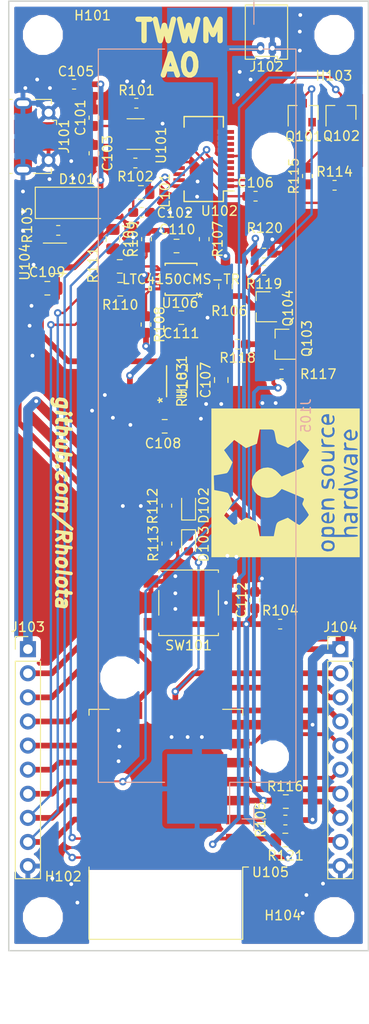
<source format=kicad_pcb>
(kicad_pcb (version 20171130) (host pcbnew "(5.0.2)-1")
  (layers (0 F.Cu signal) (31 B.Cu signal) (34 B.Paste user hide) (35 F.Paste user) (36 B.SilkS user) (37 F.SilkS user) (38 B.Mask user hide) (39 F.Mask user) (44 Edge.Cuts user))
  (net 0 "")
  (net 1 /D-)
  (net 2 GND)
  (net 3 +3V3)
  (net 4 /D+)
  (net 5 +5V)
  (net 6 /FT_3V3)
  (net 7 +BATT)
  (net 8 "Net-(D102-Pad1)")
  (net 9 /GPIO4)
  (net 10 "Net-(D103-Pad1)")
  (net 11 /GPIO0)
  (net 12 /GPIO2)
  (net 13 /GPIO5)
  (net 14 /GPIO9)
  (net 15 /GPIO10)
  (net 16 /GPIO12)
  (net 17 /GPIO13)
  (net 18 /MOSI)
  (net 19 /MISO)
  (net 20 /CS)
  (net 21 /SCLK)
  (net 22 /ADC)
  (net 23 /GPIO16)
  (net 24 /GPIO15)
  (net 25 /GPIO14)
  (net 26 "Net-(L101-Pad1)")
  (net 27 "Net-(R101-Pad1)")
  (net 28 "Net-(R102-Pad1)")
  (net 29 "Net-(R103-Pad2)")
  (net 30 "Net-(R105-Pad1)")
  (net 31 /CC_INT)
  (net 32 /CC_POL)
  (net 33 /UART_TX)
  (net 34 /UART_RX)
  (net 35 "Net-(C110-Pad1)")
  (net 36 "Net-(C110-Pad2)")
  (net 37 "Net-(R107-Pad2)")
  (net 38 /BATT+)
  (net 39 /~RST~)
  (net 40 /~RTS~)
  (net 41 "Net-(Q101-Pad1)")
  (net 42 "Net-(Q102-Pad1)")
  (net 43 /~DTR~)
  (net 44 "Net-(Q103-Pad3)")
  (net 45 "Net-(Q103-Pad1)")
  (net 46 "Net-(Q104-Pad2)")
  (net 47 /GPIO16_R)
  (net 48 /ADC_R)
  (module ADP124:ADP124ARHZ (layer F.Cu) (at 150.9 89.7 90)
    (fp_text reference U103 (at 0 0 90) (layer F.SilkS))
    (fp_text value RH_8_1 (at 0 0 90) (layer F.SilkS))
    (fp_text user * (at -2 -2 90) (layer F.SilkS))
    (pad 9 smd rect (at 0 0 90) (size 1.651 2.2) (layers F.Cu F.Paste F.Mask) (net 2 GND))
    (pad 8 smd rect (at 2.099998 -0.974999 90) (size 1.5494 0.4318) (layers F.Cu F.Paste F.Mask) (net 7 +BATT))
    (pad 7 smd rect (at 2.099998 -0.325001 90) (size 1.5494 0.4318) (layers F.Cu F.Paste F.Mask) (net 7 +BATT))
    (pad 6 smd rect (at 2.099998 0.325001 90) (size 1.5494 0.4318) (layers F.Cu F.Paste F.Mask))
    (pad 5 smd rect (at 2.099998 0.974999 90) (size 1.5494 0.4318) (layers F.Cu F.Paste F.Mask) (net 7 +BATT))
    (pad 4 smd rect (at -2.099998 0.974999 90) (size 1.5494 0.4318) (layers F.Cu F.Paste F.Mask) (net 2 GND))
    (pad 3 smd rect (at -2.099998 0.325001 90) (size 1.5494 0.4318) (layers F.Cu F.Paste F.Mask) (net 3 +3V3))
    (pad 2 smd rect (at -2.099998 -0.325001 90) (size 1.5494 0.4318) (layers F.Cu F.Paste F.Mask) (net 3 +3V3))
    (pad 1 smd rect (at -2.099998 -0.974999 90) (size 1.5494 0.4318) (layers F.Cu F.Paste F.Mask) (net 3 +3V3))
  )
  (module Package_SO:SSOP-20_3.9x8.7mm_P0.635mm (layer F.Cu) (at 153.2 66.2825 180)
    (fp_text reference U102 (at -1.65 -5.4675 180) (layer F.SilkS))
    (fp_text value FT231XS)
    (pad 1 smd rect (at -2.6 -2.8575 180) (size 1.2 0.4) (layers F.Cu F.Paste F.Mask) (net 43 /~DTR~))
    (pad 2 smd rect (at -2.6 -2.2225 180) (size 1.2 0.4) (layers F.Cu F.Paste F.Mask) (net 40 /~RTS~))
    (pad 3 smd rect (at -2.6 -1.5875 180) (size 1.2 0.4) (layers F.Cu F.Paste F.Mask) (net 6 /FT_3V3))
    (pad 4 smd rect (at -2.6 -0.9525 180) (size 1.2 0.4) (layers F.Cu F.Paste F.Mask) (net 34 /UART_RX))
    (pad 5 smd rect (at -2.6 -0.3175 180) (size 1.2 0.4) (layers F.Cu F.Paste F.Mask))
    (pad 6 smd rect (at -2.6 0.3175 180) (size 1.2 0.4) (layers F.Cu F.Paste F.Mask) (net 2 GND))
    (pad 7 smd rect (at -2.6 0.9525 180) (size 1.2 0.4) (layers F.Cu F.Paste F.Mask))
    (pad 8 smd rect (at -2.6 1.5875 180) (size 1.2 0.4) (layers F.Cu F.Paste F.Mask))
    (pad 9 smd rect (at -2.6 2.2225 180) (size 1.2 0.4) (layers F.Cu F.Paste F.Mask))
    (pad 10 smd rect (at -2.6 2.8575 180) (size 1.2 0.4) (layers F.Cu F.Paste F.Mask))
    (pad 11 smd rect (at 2.6 2.8575 180) (size 1.2 0.4) (layers F.Cu F.Paste F.Mask) (net 28 "Net-(R102-Pad1)"))
    (pad 12 smd rect (at 2.6 2.2225 180) (size 1.2 0.4) (layers F.Cu F.Paste F.Mask) (net 27 "Net-(R101-Pad1)"))
    (pad 13 smd rect (at 2.6 1.5875 180) (size 1.2 0.4) (layers F.Cu F.Paste F.Mask) (net 6 /FT_3V3))
    (pad 14 smd rect (at 2.6 0.9525 180) (size 1.2 0.4) (layers F.Cu F.Paste F.Mask) (net 6 /FT_3V3))
    (pad 15 smd rect (at 2.6 0.3175 180) (size 1.2 0.4) (layers F.Cu F.Paste F.Mask) (net 26 "Net-(L101-Pad1)"))
    (pad 16 smd rect (at 2.6 -0.3175 180) (size 1.2 0.4) (layers F.Cu F.Paste F.Mask) (net 2 GND))
    (pad 17 smd rect (at 2.6 -0.9525 180) (size 1.2 0.4) (layers F.Cu F.Paste F.Mask))
    (pad 18 smd rect (at 2.6 -1.5875 180) (size 1.2 0.4) (layers F.Cu F.Paste F.Mask))
    (pad 19 smd rect (at 2.6 -2.2225 180) (size 1.2 0.4) (layers F.Cu F.Paste F.Mask))
    (pad 20 smd rect (at 2.6 -2.8575 180) (size 1.2 0.4) (layers F.Cu F.Paste F.Mask) (net 33 /UART_TX))
  )
  (module Package_TO_SOT_SMD:SOT-23 (layer F.Cu) (at 163.7 61.4 90)
    (fp_text reference Q101 (at -2.5 0.05 180) (layer F.SilkS))
    (fp_text value Q_NPN_BEC)
    (pad 3 smd rect (at 1 0 90) (size 0.9 0.8) (layers F.Cu F.Paste F.Mask) (net 39 /~RST~))
    (pad 2 smd rect (at -1 0.95 90) (size 0.9 0.8) (layers F.Cu F.Paste F.Mask) (net 40 /~RTS~))
    (pad 1 smd rect (at -1 -0.95 90) (size 0.9 0.8) (layers F.Cu F.Paste F.Mask) (net 41 "Net-(Q101-Pad1)"))
  )
  (module Package_TO_SOT_SMD:SOT-23 (layer F.Cu) (at 167.7 61.4 90)
    (fp_text reference Q102 (at -2.45 0.05 180) (layer F.SilkS))
    (fp_text value Q_NPN_BEC)
    (pad 1 smd rect (at -1 -0.95 90) (size 0.9 0.8) (layers F.Cu F.Paste F.Mask) (net 42 "Net-(Q102-Pad1)"))
    (pad 2 smd rect (at -1 0.95 90) (size 0.9 0.8) (layers F.Cu F.Paste F.Mask) (net 43 /~DTR~))
    (pad 3 smd rect (at 1 0 90) (size 0.9 0.8) (layers F.Cu F.Paste F.Mask) (net 11 /GPIO0))
  )
  (module Resistor_SMD:R_0603_1608Metric_Pad1.05x0.95mm_HandSolder (layer F.Cu) (at 167.025 69.05)
    (fp_text reference R114 (at 0 -1.43) (layer F.SilkS))
    (fp_text value 10k)
    (pad 2 smd roundrect (at 0.875 0) (size 1.05 0.95) (layers F.Cu F.Paste F.Mask) (net 41 "Net-(Q101-Pad1)"))
    (pad 1 smd roundrect (at -0.875 0) (size 1.05 0.95) (layers F.Cu F.Paste F.Mask) (net 43 /~DTR~))
  )
  (module Resistor_SMD:R_0603_1608Metric_Pad1.05x0.95mm_HandSolder (layer F.Cu) (at 164.15 68.075 90)
    (fp_text reference R115 (at 0 -1.43 90) (layer F.SilkS))
    (fp_text value 10k)
    (pad 1 smd roundrect (at -0.875 0 90) (size 1.05 0.95) (layers F.Cu F.Paste F.Mask) (net 40 /~RTS~))
    (pad 2 smd roundrect (at 0.875 0 90) (size 1.05 0.95) (layers F.Cu F.Paste F.Mask) (net 42 "Net-(Q102-Pad1)"))
  )
  (module RF_Module:ESP-12E (layer F.Cu) (at 149.2 136.4 180)
    (fp_text reference U105 (at -11.05 -5.05 180) (layer F.SilkS))
    (fp_text value ESP-12E)
    (pad 1 smd rect (at -7.6 -3.5 180) (size 2.5 1) (layers F.Cu F.Paste F.Mask) (net 39 /~RST~))
    (pad 2 smd rect (at -7.6 -1.5 180) (size 2.5 1) (layers F.Cu F.Paste F.Mask) (net 48 /ADC_R))
    (pad 3 smd rect (at -7.6 0.5 180) (size 2.5 1) (layers F.Cu F.Paste F.Mask) (net 30 "Net-(R105-Pad1)"))
    (pad 4 smd rect (at -7.6 2.5 180) (size 2.5 1) (layers F.Cu F.Paste F.Mask) (net 47 /GPIO16_R))
    (pad 5 smd rect (at -7.6 4.5 180) (size 2.5 1) (layers F.Cu F.Paste F.Mask) (net 25 /GPIO14))
    (pad 6 smd rect (at -7.6 6.5 180) (size 2.5 1) (layers F.Cu F.Paste F.Mask) (net 16 /GPIO12))
    (pad 7 smd rect (at -7.6 8.5 180) (size 2.5 1) (layers F.Cu F.Paste F.Mask) (net 17 /GPIO13))
    (pad 8 smd rect (at -7.6 10.5 180) (size 2.5 1) (layers F.Cu F.Paste F.Mask) (net 3 +3V3))
    (pad 9 smd rect (at -5 12 180) (size 1 1.8) (layers F.Cu F.Paste F.Mask) (net 20 /CS))
    (pad 10 smd rect (at -3 12 180) (size 1 1.8) (layers F.Cu F.Paste F.Mask) (net 19 /MISO))
    (pad 11 smd rect (at -1 12 180) (size 1 1.8) (layers F.Cu F.Paste F.Mask) (net 14 /GPIO9))
    (pad 12 smd rect (at 1 12 180) (size 1 1.8) (layers F.Cu F.Paste F.Mask) (net 15 /GPIO10))
    (pad 13 smd rect (at 3 12 180) (size 1 1.8) (layers F.Cu F.Paste F.Mask) (net 18 /MOSI))
    (pad 14 smd rect (at 5 12 180) (size 1 1.8) (layers F.Cu F.Paste F.Mask) (net 21 /SCLK))
    (pad 15 smd rect (at 7.6 10.5 180) (size 2.5 1) (layers F.Cu F.Paste F.Mask) (net 2 GND))
    (pad 16 smd rect (at 7.6 8.5 180) (size 2.5 1) (layers F.Cu F.Paste F.Mask) (net 24 /GPIO15))
    (pad 17 smd rect (at 7.6 6.5 180) (size 2.5 1) (layers F.Cu F.Paste F.Mask) (net 12 /GPIO2))
    (pad 18 smd rect (at 7.6 4.5 180) (size 2.5 1) (layers F.Cu F.Paste F.Mask) (net 11 /GPIO0))
    (pad 19 smd rect (at 7.6 2.5 180) (size 2.5 1) (layers F.Cu F.Paste F.Mask) (net 9 /GPIO4))
    (pad 20 smd rect (at 7.6 0.5 180) (size 2.5 1) (layers F.Cu F.Paste F.Mask) (net 13 /GPIO5))
    (pad 21 smd rect (at 7.6 -1.5 180) (size 2.5 1) (layers F.Cu F.Paste F.Mask) (net 34 /UART_RX))
    (pad 22 smd rect (at 7.6 -3.5 180) (size 2.5 1) (layers F.Cu F.Paste F.Mask) (net 33 /UART_TX))
  )
  (module Inductor_SMD:L_0805_2012Metric (layer F.Cu) (at 146.5625 69.8 180)
    (fp_text reference L101 (at -2.5375 0.2 270) (layer F.SilkS))
    (fp_text value 600R/2A)
    (pad 1 smd roundrect (at -0.9375 0 180) (size 0.975 1.4) (layers F.Cu F.Paste F.Mask) (net 26 "Net-(L101-Pad1)"))
    (pad 2 smd roundrect (at 0.9375 0 180) (size 0.975 1.4) (layers F.Cu F.Paste F.Mask) (net 5 +5V))
  )
  (module Capacitor_SMD:C_0603_1608Metric_Pad1.05x0.95mm_HandSolder (layer F.Cu) (at 141.6 61.925 90)
    (fp_text reference C101 (at 0 -1.43 90) (layer F.SilkS))
    (fp_text value 47p)
    (pad 1 smd roundrect (at -0.875 0 90) (size 1.05 0.95) (layers F.Cu F.Paste F.Mask) (net 1 /D-))
    (pad 2 smd roundrect (at 0.875 0 90) (size 1.05 0.95) (layers F.Cu F.Paste F.Mask) (net 2 GND))
  )
  (module Capacitor_SMD:C_0603_1608Metric_Pad1.05x0.95mm_HandSolder (layer F.Cu) (at 139.5 58.4 180)
    (fp_text reference C105 (at -0.2 1.35 180) (layer F.SilkS))
    (fp_text value 10n)
    (pad 1 smd roundrect (at -0.875 0 180) (size 1.05 0.95) (layers F.Cu F.Paste F.Mask) (net 5 +5V))
    (pad 2 smd roundrect (at 0.875 0 180) (size 1.05 0.95) (layers F.Cu F.Paste F.Mask) (net 2 GND))
  )
  (module Capacitor_SMD:C_0603_1608Metric_Pad1.05x0.95mm_HandSolder (layer F.Cu) (at 146.625 71.9)
    (fp_text reference C102 (at 3.525 0.05) (layer F.SilkS))
    (fp_text value 100n)
    (pad 2 smd roundrect (at 0.875 0) (size 1.05 0.95) (layers F.Cu F.Paste F.Mask) (net 2 GND))
    (pad 1 smd roundrect (at -0.875 0) (size 1.05 0.95) (layers F.Cu F.Paste F.Mask) (net 5 +5V))
  )
  (module Capacitor_SMD:C_0603_1608Metric_Pad1.05x0.95mm_HandSolder (layer F.Cu) (at 141.6 65.675 270)
    (fp_text reference C103 (at 0 -1.43 270) (layer F.SilkS))
    (fp_text value 47p)
    (pad 2 smd roundrect (at 0.875 0 270) (size 1.05 0.95) (layers F.Cu F.Paste F.Mask) (net 2 GND))
    (pad 1 smd roundrect (at -0.875 0 270) (size 1.05 0.95) (layers F.Cu F.Paste F.Mask) (net 4 /D+))
  )
  (module Capacitor_SMD:C_0603_1608Metric_Pad1.05x0.95mm_HandSolder (layer F.Cu) (at 158.675 70.2)
    (fp_text reference C106 (at 0 -1.43) (layer F.SilkS))
    (fp_text value 100n)
    (pad 1 smd roundrect (at -0.875 0) (size 1.05 0.95) (layers F.Cu F.Paste F.Mask) (net 6 /FT_3V3))
    (pad 2 smd roundrect (at 0.875 0) (size 1.05 0.95) (layers F.Cu F.Paste F.Mask) (net 2 GND))
  )
  (module Capacitor_SMD:C_0805_2012Metric_Pad1.15x1.40mm_HandSolder (layer F.Cu) (at 150.325 75.45 180)
    (fp_text reference C110 (at -0.075 1.75 180) (layer F.SilkS))
    (fp_text value 4u7)
    (pad 1 smd roundrect (at -1.025 0 180) (size 1.15 1.4) (layers F.Cu F.Paste F.Mask) (roundrect_rratio 0.217391) (net 35 "Net-(C110-Pad1)"))
    (pad 2 smd roundrect (at 1.025 0 180) (size 1.15 1.4) (layers F.Cu F.Paste F.Mask) (roundrect_rratio 0.217391) (net 36 "Net-(C110-Pad2)"))
  )
  (module Capacitor_SMD:C_0805_2012Metric_Pad1.15x1.40mm_HandSolder (layer F.Cu) (at 150.825 83 180)
    (fp_text reference C111 (at 0 -1.65 180) (layer F.SilkS))
    (fp_text value 4u7)
    (pad 2 smd roundrect (at 1.025 0 180) (size 1.15 1.4) (layers F.Cu F.Paste F.Mask) (roundrect_rratio 0.217391) (net 7 +BATT))
    (pad 1 smd roundrect (at -1.025 0 180) (size 1.15 1.4) (layers F.Cu F.Paste F.Mask) (roundrect_rratio 0.217391) (net 2 GND))
  )
  (module Capacitor_SMD:C_0603_1608Metric_Pad1.05x0.95mm_HandSolder (layer F.Cu) (at 158.6 112.775 90)
    (fp_text reference C112 (at 0 -1.43 90) (layer F.SilkS))
    (fp_text value 100n)
    (pad 1 smd roundrect (at -0.875 0 90) (size 1.05 0.95) (layers F.Cu F.Paste F.Mask) (net 39 /~RST~))
    (pad 2 smd roundrect (at 0.875 0 90) (size 1.05 0.95) (layers F.Cu F.Paste F.Mask) (net 2 GND))
  )
  (module Diode_SMD:D_SMA_Handsoldering (layer F.Cu) (at 139.8 70.9)
    (fp_text reference D101 (at 0 -2.5) (layer F.SilkS))
    (fp_text value SMAJ5.0CA)
    (pad 1 smd rect (at -2.5 0) (size 3.5 1.8) (layers F.Cu F.Paste F.Mask) (net 2 GND))
    (pad 2 smd rect (at 2.5 0) (size 3.5 1.8) (layers F.Cu F.Paste F.Mask) (net 5 +5V))
  )
  (module LED_SMD:LED_0603_1608Metric (layer F.Cu) (at 151.6 102.84 90)
    (fp_text reference D102 (at 0.04 1.6 90) (layer F.SilkS))
    (fp_text value rt)
    (pad 1 smd roundrect (at -0.7875 0 90) (size 0.875 0.95) (layers F.Cu F.Paste F.Mask) (net 8 "Net-(D102-Pad1)"))
    (pad 2 smd roundrect (at 0.7875 0 90) (size 0.875 0.95) (layers F.Cu F.Paste F.Mask) (net 5 +5V))
  )
  (module LED_SMD:LED_0603_1608Metric (layer F.Cu) (at 151.6 106.84 270)
    (fp_text reference D103 (at 0.01 -1.6 270) (layer F.SilkS))
    (fp_text value rt)
    (pad 2 smd roundrect (at 0.7875 0 270) (size 0.875 0.95) (layers F.Cu F.Paste F.Mask) (net 14 /GPIO9))
    (pad 1 smd roundrect (at -0.7875 0 270) (size 0.875 0.95) (layers F.Cu F.Paste F.Mask) (net 10 "Net-(D103-Pad1)"))
  )
  (module Connector_USB:USB_Micro-B_Molex-105017-0001 (layer F.Cu) (at 135.3375 63.9 270)
    (fp_text reference J101 (at 0 -3.1125 270) (layer F.SilkS))
    (fp_text value USB_B_Micro)
    (pad 6 smd rect (at 1 1.2375 270) (size 1.5 1.9) (layers F.Cu F.Paste F.Mask) (net 2 GND))
    (pad 6 thru_hole circle (at -2.5 -1.4625 270) (size 1.45 1.45) (drill 0.85) (layers *.Cu *.Mask) (net 2 GND))
    (pad 2 smd rect (at -0.65 -1.4625 270) (size 0.4 1.35) (layers F.Cu F.Paste F.Mask) (net 1 /D-))
    (pad 1 smd rect (at -1.3 -1.4625 270) (size 0.4 1.35) (layers F.Cu F.Paste F.Mask) (net 5 +5V))
    (pad 5 smd rect (at 1.3 -1.4625 270) (size 0.4 1.35) (layers F.Cu F.Paste F.Mask) (net 2 GND))
    (pad 4 smd rect (at 0.65 -1.4625 270) (size 0.4 1.35) (layers F.Cu F.Paste F.Mask))
    (pad 3 smd rect (at 0 -1.4625 270) (size 0.4 1.35) (layers F.Cu F.Paste F.Mask) (net 4 /D+))
    (pad 6 thru_hole circle (at 2.5 -1.4625 270) (size 1.45 1.45) (drill 0.85) (layers *.Cu *.Mask) (net 2 GND))
    (pad 6 smd rect (at -1 1.2375 270) (size 1.5 1.9) (layers F.Cu F.Paste F.Mask) (net 2 GND))
    (pad 6 thru_hole oval (at -3.5 1.2375 90) (size 1.2 1.9) (drill oval 0.6 1.3) (layers *.Cu *.Mask) (net 2 GND))
    (pad 6 thru_hole oval (at 3.5 1.2375 270) (size 1.2 1.9) (drill oval 0.6 1.3) (layers *.Cu *.Mask) (net 2 GND))
    (pad 6 smd rect (at 2.9 1.2375 270) (size 1.2 1.9) (layers F.Cu F.Mask) (net 2 GND))
    (pad 6 smd rect (at -2.9 1.2375 270) (size 1.2 1.9) (layers F.Cu F.Mask) (net 2 GND))
  )
  (module Connector_Molex:Molex_PicoBlade_53048-0210_1x02_P1.25mm_Horizontal (layer F.Cu) (at 160.45 54.6 180)
    (fp_text reference J102 (at 0.62 -1.95 180) (layer F.SilkS))
    (fp_text value "Molex 51021-0200")
    (pad 1 thru_hole roundrect (at 0 0 180) (size 0.8 1.3) (drill 0.5) (layers *.Cu *.Mask) (net 2 GND))
    (pad 2 thru_hole oval (at 1.25 0 180) (size 0.8 1.3) (drill 0.5) (layers *.Cu *.Mask) (net 38 /BATT+))
  )
  (module Connector_PinHeader_2.54mm:PinHeader_1x10_P2.54mm_Vertical (layer F.Cu) (at 134.62 117.94)
    (fp_text reference J103 (at 0 -2.33) (layer F.SilkS))
    (fp_text value Conn_01x10_Male)
    (pad 1 thru_hole rect (at 0 0) (size 1.7 1.7) (drill 1) (layers *.Cu *.Mask) (net 3 +3V3))
    (pad 2 thru_hole oval (at 0 2.54) (size 1.7 1.7) (drill 1) (layers *.Cu *.Mask) (net 15 /GPIO10))
    (pad 3 thru_hole oval (at 0 5.08) (size 1.7 1.7) (drill 1) (layers *.Cu *.Mask) (net 18 /MOSI))
    (pad 4 thru_hole oval (at 0 7.62) (size 1.7 1.7) (drill 1) (layers *.Cu *.Mask) (net 21 /SCLK))
    (pad 5 thru_hole oval (at 0 10.16) (size 1.7 1.7) (drill 1) (layers *.Cu *.Mask) (net 24 /GPIO15))
    (pad 6 thru_hole oval (at 0 12.7) (size 1.7 1.7) (drill 1) (layers *.Cu *.Mask) (net 12 /GPIO2))
    (pad 7 thru_hole oval (at 0 15.24) (size 1.7 1.7) (drill 1) (layers *.Cu *.Mask) (net 11 /GPIO0))
    (pad 8 thru_hole oval (at 0 17.78) (size 1.7 1.7) (drill 1) (layers *.Cu *.Mask) (net 9 /GPIO4))
    (pad 9 thru_hole oval (at 0 20.32) (size 1.7 1.7) (drill 1) (layers *.Cu *.Mask) (net 13 /GPIO5))
    (pad 10 thru_hole oval (at 0 22.86) (size 1.7 1.7) (drill 1) (layers *.Cu *.Mask) (net 2 GND))
  )
  (module Connector_PinHeader_2.54mm:PinHeader_1x10_P2.54mm_Vertical (layer F.Cu) (at 167.64 117.94)
    (fp_text reference J104 (at 0 -2.33) (layer F.SilkS))
    (fp_text value Conn_01x10_Male)
    (pad 10 thru_hole oval (at 0 22.86) (size 1.7 1.7) (drill 1) (layers *.Cu *.Mask) (net 2 GND))
    (pad 9 thru_hole oval (at 0 20.32) (size 1.7 1.7) (drill 1) (layers *.Cu *.Mask) (net 22 /ADC))
    (pad 8 thru_hole oval (at 0 17.78) (size 1.7 1.7) (drill 1) (layers *.Cu *.Mask) (net 23 /GPIO16))
    (pad 7 thru_hole oval (at 0 15.24) (size 1.7 1.7) (drill 1) (layers *.Cu *.Mask) (net 25 /GPIO14))
    (pad 6 thru_hole oval (at 0 12.7) (size 1.7 1.7) (drill 1) (layers *.Cu *.Mask) (net 16 /GPIO12))
    (pad 5 thru_hole oval (at 0 10.16) (size 1.7 1.7) (drill 1) (layers *.Cu *.Mask) (net 17 /GPIO13))
    (pad 4 thru_hole oval (at 0 7.62) (size 1.7 1.7) (drill 1) (layers *.Cu *.Mask) (net 20 /CS))
    (pad 3 thru_hole oval (at 0 5.08) (size 1.7 1.7) (drill 1) (layers *.Cu *.Mask) (net 19 /MISO))
    (pad 2 thru_hole oval (at 0 2.54) (size 1.7 1.7) (drill 1) (layers *.Cu *.Mask) (net 14 /GPIO9))
    (pad 1 thru_hole rect (at 0 0) (size 1.7 1.7) (drill 1) (layers *.Cu *.Mask) (net 3 +3V3))
  )
  (module Resistor_SMD:R_0603_1608Metric_Pad1.05x0.95mm_HandSolder (layer F.Cu) (at 146.075 60.4 180)
    (fp_text reference R101 (at -0.025 1.35 180) (layer F.SilkS))
    (fp_text value 27R)
    (pad 1 smd roundrect (at -0.875 0 180) (size 1.05 0.95) (layers F.Cu F.Paste F.Mask) (net 27 "Net-(R101-Pad1)"))
    (pad 2 smd roundrect (at 0.875 0 180) (size 1.05 0.95) (layers F.Cu F.Paste F.Mask) (net 1 /D-))
  )
  (module Resistor_SMD:R_0603_1608Metric_Pad1.05x0.95mm_HandSolder (layer F.Cu) (at 145.975 66.7 180)
    (fp_text reference R102 (at 0 -1.43 180) (layer F.SilkS))
    (fp_text value 27R)
    (pad 2 smd roundrect (at 0.875 0 180) (size 1.05 0.95) (layers F.Cu F.Paste F.Mask) (net 4 /D+))
    (pad 1 smd roundrect (at -0.875 0 180) (size 1.05 0.95) (layers F.Cu F.Paste F.Mask) (net 28 "Net-(R102-Pad1)"))
  )
  (module Resistor_SMD:R_0603_1608Metric_Pad1.05x0.95mm_HandSolder (layer F.Cu) (at 137.825 73.8)
    (fp_text reference R103 (at -3.275 -0.55 90) (layer F.SilkS))
    (fp_text value 2k)
    (pad 1 smd roundrect (at -0.875 0) (size 1.05 0.95) (layers F.Cu F.Paste F.Mask) (net 2 GND))
    (pad 2 smd roundrect (at 0.875 0) (size 1.05 0.95) (layers F.Cu F.Paste F.Mask) (net 29 "Net-(R103-Pad2)"))
  )
  (module Resistor_SMD:R_0603_1608Metric_Pad1.05x0.95mm_HandSolder (layer F.Cu) (at 161.275 115.3)
    (fp_text reference R104 (at 0 -1.43) (layer F.SilkS))
    (fp_text value 10k)
    (pad 1 smd roundrect (at -0.875 0) (size 1.05 0.95) (layers F.Cu F.Paste F.Mask) (net 39 /~RST~))
    (pad 2 smd roundrect (at 0.875 0) (size 1.05 0.95) (layers F.Cu F.Paste F.Mask) (net 3 +3V3))
  )
  (module Resistor_SMD:R_0603_1608Metric_Pad1.05x0.95mm_HandSolder (layer F.Cu) (at 161.825 135.95)
    (fp_text reference R105 (at -2.625 -0.05 90) (layer F.SilkS))
    (fp_text value 10k)
    (pad 2 smd roundrect (at 0.875 0) (size 1.05 0.95) (layers F.Cu F.Paste F.Mask) (net 3 +3V3))
    (pad 1 smd roundrect (at -0.875 0) (size 1.05 0.95) (layers F.Cu F.Paste F.Mask) (net 30 "Net-(R105-Pad1)"))
  )
  (module Resistor_SMD:R_0805_2012Metric_Pad1.15x1.40mm_HandSolder (layer F.Cu) (at 155.5 79.7 270)
    (fp_text reference R106 (at 2.6 -0.4) (layer F.SilkS))
    (fp_text value 0R1)
    (pad 1 smd roundrect (at -1.025 0 270) (size 1.15 1.4) (layers F.Cu F.Paste F.Mask) (roundrect_rratio 0.217391) (net 38 /BATT+))
    (pad 2 smd roundrect (at 1.025 0 270) (size 1.15 1.4) (layers F.Cu F.Paste F.Mask) (roundrect_rratio 0.217391) (net 7 +BATT))
  )
  (module Resistor_SMD:R_0603_1608Metric_Pad1.05x0.95mm_HandSolder (layer F.Cu) (at 153.25 74.725 270)
    (fp_text reference R107 (at 0 -1.43 270) (layer F.SilkS))
    (fp_text value 10k)
    (pad 2 smd roundrect (at 0.875 0 270) (size 1.05 0.95) (layers F.Cu F.Paste F.Mask) (net 37 "Net-(R107-Pad2)"))
    (pad 1 smd roundrect (at -0.875 0 270) (size 1.05 0.95) (layers F.Cu F.Paste F.Mask) (net 3 +3V3))
  )
  (module Resistor_SMD:R_0603_1608Metric_Pad1.05x0.95mm_HandSolder (layer F.Cu) (at 147.1 83.725 270)
    (fp_text reference R108 (at 0 -1.43 270) (layer F.SilkS))
    (fp_text value 10k)
    (pad 2 smd roundrect (at 0.875 0 270) (size 1.05 0.95) (layers F.Cu F.Paste F.Mask) (net 3 +3V3))
    (pad 1 smd roundrect (at -0.875 0 270) (size 1.05 0.95) (layers F.Cu F.Paste F.Mask) (net 31 /CC_INT))
  )
  (module Resistor_SMD:R_0603_1608Metric_Pad1.05x0.95mm_HandSolder (layer F.Cu) (at 147.15 74.725 90)
    (fp_text reference R109 (at 0 -1.43 90) (layer F.SilkS))
    (fp_text value 10k)
    (pad 1 smd roundrect (at -0.875 0 90) (size 1.05 0.95) (layers F.Cu F.Paste F.Mask) (net 32 /CC_POL))
    (pad 2 smd roundrect (at 0.875 0 90) (size 1.05 0.95) (layers F.Cu F.Paste F.Mask) (net 3 +3V3))
  )
  (module Resistor_SMD:R_0805_2012Metric_Pad1.15x1.40mm_HandSolder (layer F.Cu) (at 144.375 80 180)
    (fp_text reference R110 (at 0 -1.65 180) (layer F.SilkS))
    (fp_text value 0R)
    (pad 2 smd roundrect (at 1.025 0 180) (size 1.15 1.4) (layers F.Cu F.Paste F.Mask) (roundrect_rratio 0.217391) (net 9 /GPIO4))
    (pad 1 smd roundrect (at -1.025 0 180) (size 1.15 1.4) (layers F.Cu F.Paste F.Mask) (roundrect_rratio 0.217391) (net 31 /CC_INT))
  )
  (module Resistor_SMD:R_0805_2012Metric_Pad1.15x1.40mm_HandSolder (layer F.Cu) (at 144.325 77.6 180)
    (fp_text reference R111 (at 2.825 0.15 270) (layer F.SilkS))
    (fp_text value 0R)
    (pad 1 smd roundrect (at -1.025 0 180) (size 1.15 1.4) (layers F.Cu F.Paste F.Mask) (roundrect_rratio 0.217391) (net 32 /CC_POL))
    (pad 2 smd roundrect (at 1.025 0 180) (size 1.15 1.4) (layers F.Cu F.Paste F.Mask) (roundrect_rratio 0.217391) (net 13 /GPIO5))
  )
  (module Resistor_SMD:R_0603_1608Metric (layer F.Cu) (at 149.3 102.8125 270)
    (fp_text reference R112 (at 0.0375 1.5 270) (layer F.SilkS))
    (fp_text value 220R)
    (pad 2 smd roundrect (at 0.7875 0 270) (size 0.875 0.95) (layers F.Cu F.Paste F.Mask) (net 8 "Net-(D102-Pad1)"))
    (pad 1 smd roundrect (at -0.7875 0 270) (size 0.875 0.95) (layers F.Cu F.Paste F.Mask) (net 2 GND))
  )
  (module Resistor_SMD:R_0603_1608Metric (layer F.Cu) (at 149.3 106.8125 90)
    (fp_text reference R113 (at 0 -1.43 90) (layer F.SilkS))
    (fp_text value 220R)
    (pad 1 smd roundrect (at -0.7875 0 90) (size 0.875 0.95) (layers F.Cu F.Paste F.Mask) (net 2 GND))
    (pad 2 smd roundrect (at 0.7875 0 90) (size 0.875 0.95) (layers F.Cu F.Paste F.Mask) (net 10 "Net-(D103-Pad1)"))
  )
  (module Button_Switch_SMD:SW_SPST_B3S-1000 (layer F.Cu) (at 151.6 113.05 180)
    (fp_text reference SW101 (at 0 -4.5 180) (layer F.SilkS))
    (fp_text value SW_Push)
    (pad 1 smd rect (at -3.975 -2.25 180) (size 1.55 1.3) (layers F.Cu F.Paste F.Mask) (net 39 /~RST~))
    (pad 1 smd rect (at 3.975 -2.25 180) (size 1.55 1.3) (layers F.Cu F.Paste F.Mask) (net 39 /~RST~))
    (pad 2 smd rect (at -3.975 2.25 180) (size 1.55 1.3) (layers F.Cu F.Paste F.Mask) (net 2 GND))
    (pad 2 smd rect (at 3.975 2.25 180) (size 1.55 1.3) (layers F.Cu F.Paste F.Mask) (net 2 GND))
  )
  (module Package_TO_SOT_SMD:SOT-23-6 (layer F.Cu) (at 146 63.65 180)
    (fp_text reference U101 (at -2.7 -1.2 270) (layer F.SilkS))
    (fp_text value SN65220)
    (pad 1 smd rect (at -1.1 -0.95 180) (size 1.06 0.65) (layers F.Cu F.Paste F.Mask))
    (pad 2 smd rect (at -1.1 0 180) (size 1.06 0.65) (layers F.Cu F.Paste F.Mask) (net 2 GND))
    (pad 3 smd rect (at -1.1 0.95 180) (size 1.06 0.65) (layers F.Cu F.Paste F.Mask))
    (pad 4 smd rect (at 1.1 0.95 180) (size 1.06 0.65) (layers F.Cu F.Paste F.Mask) (net 1 /D-))
    (pad 6 smd rect (at 1.1 -0.95 180) (size 1.06 0.65) (layers F.Cu F.Paste F.Mask) (net 4 /D+))
    (pad 5 smd rect (at 1.1 0 180) (size 1.06 0.65) (layers F.Cu F.Paste F.Mask) (net 2 GND))
  )
  (module Package_TO_SOT_SMD:SOT-23-5 (layer F.Cu) (at 137.8 76.75)
    (fp_text reference U104 (at -3.5 0.4 90) (layer F.SilkS))
    (fp_text value MCP73812T-420I-OT)
    (pad 1 smd rect (at -1.1 -0.95) (size 1.06 0.65) (layers F.Cu F.Paste F.Mask) (net 5 +5V))
    (pad 2 smd rect (at -1.1 0) (size 1.06 0.65) (layers F.Cu F.Paste F.Mask) (net 2 GND))
    (pad 3 smd rect (at -1.1 0.95) (size 1.06 0.65) (layers F.Cu F.Paste F.Mask) (net 7 +BATT))
    (pad 4 smd rect (at 1.1 0.95) (size 1.06 0.65) (layers F.Cu F.Paste F.Mask) (net 5 +5V))
    (pad 5 smd rect (at 1.1 -0.95) (size 1.06 0.65) (layers F.Cu F.Paste F.Mask) (net 29 "Net-(R103-Pad2)"))
  )
  (module LTC4150:LTC4150CMS-TR (layer F.Cu) (at 150.8 78.95 180)
    (fp_text reference U106 (at 0.1 -2.5 180) (layer F.SilkS))
    (fp_text value LTC4150CMS-TR (at 0 0 180) (layer F.SilkS))
    (fp_text user * (at -2 -2 180) (layer F.SilkS))
    (pad 1 smd rect (at -2.1844 -1.00076 180) (size 1.397 0.2794) (layers F.Cu F.Paste F.Mask) (net 7 +BATT))
    (pad 2 smd rect (at -2.1844 -0.50038 180) (size 1.397 0.2794) (layers F.Cu F.Paste F.Mask) (net 38 /BATT+))
    (pad 3 smd rect (at -2.1844 0 180) (size 1.397 0.2794) (layers F.Cu F.Paste F.Mask) (net 36 "Net-(C110-Pad2)"))
    (pad 4 smd rect (at -2.1844 0.50038 180) (size 1.397 0.2794) (layers F.Cu F.Paste F.Mask) (net 35 "Net-(C110-Pad1)"))
    (pad 5 smd rect (at -2.1844 1.00076 180) (size 1.397 0.2794) (layers F.Cu F.Paste F.Mask) (net 37 "Net-(R107-Pad2)"))
    (pad 6 smd rect (at 2.1844 1.00076 180) (size 1.397 0.2794) (layers F.Cu F.Paste F.Mask) (net 32 /CC_POL))
    (pad 7 smd rect (at 2.1844 0.50038 180) (size 1.397 0.2794) (layers F.Cu F.Paste F.Mask) (net 2 GND))
    (pad 8 smd rect (at 2.1844 0 180) (size 1.397 0.2794) (layers F.Cu F.Paste F.Mask) (net 7 +BATT))
    (pad 9 smd rect (at 2.1844 -0.50038 180) (size 1.397 0.2794) (layers F.Cu F.Paste F.Mask) (net 31 /CC_INT))
    (pad 10 smd rect (at 2.1844 -1.00076 180) (size 1.397 0.2794) (layers F.Cu F.Paste F.Mask) (net 31 /CC_INT))
  )
  (module Battery:BatteryHolder_Keystone_1042_1x18650 (layer B.Cu) (at 152.5 93.33 90)
    (fp_text reference J105 (at 0 11.5 90) (layer B.SilkS) (effects (justify mirror)))
    (fp_text value 18650)
    (pad 1 smd rect (at -39.33 0 90) (size 7.34 6.35) (layers B.Cu B.Paste B.Mask) (net 2 GND))
    (pad 2 smd rect (at 39.33 0 90) (size 7.34 6.35) (layers B.Cu B.Paste B.Mask) (net 38 /BATT+))
    (pad "" np_thru_hole circle (at 27.6 8 90) (size 3.45 3.45) (drill 3.45) (layers *.Cu *.Mask))
    (pad "" np_thru_hole circle (at -27.6 -8 90) (size 3.45 3.45) (drill 3.45) (layers *.Cu *.Mask))
    (pad "" np_thru_hole circle (at -35.93 8 90) (size 2.39 2.39) (drill 2.39) (layers *.Cu *.Mask))
  )
  (module MountingHole:MountingHole_3.2mm_M3 (layer F.Cu) (at 136.2 53.2)
    (fp_text reference H101 (at 5.25 -2.05) (layer F.SilkS))
    (fp_text value MH)
    (pad 1 np_thru_hole circle (at 0 0) (size 3.2 3.2) (drill 3.2) (layers *.Cu *.Mask))
  )
  (module MountingHole:MountingHole_3.2mm_M3 (layer F.Cu) (at 136.2 146.18)
    (fp_text reference H102 (at 2.15 -4.28) (layer F.SilkS))
    (fp_text value MH)
    (pad 1 np_thru_hole circle (at 0 0) (size 3.2 3.2) (drill 3.2) (layers *.Cu *.Mask))
  )
  (module MountingHole:MountingHole_3.2mm_M3 (layer F.Cu) (at 167 53.2)
    (fp_text reference H103 (at -0.05 4.3) (layer F.SilkS))
    (fp_text value MH)
    (pad 1 np_thru_hole circle (at 0 0) (size 3.2 3.2) (drill 3.2) (layers *.Cu *.Mask))
  )
  (module MountingHole:MountingHole_3.2mm_M3 (layer F.Cu) (at 167 146.18)
    (fp_text reference H104 (at -5.45 -0.18) (layer F.SilkS))
    (fp_text value MH)
    (pad 1 np_thru_hole circle (at 0 0) (size 3.2 3.2) (drill 3.2) (layers *.Cu *.Mask))
  )
  (module Capacitor_SMD:C_0805_2012Metric_Pad1.15x1.40mm_HandSolder (layer F.Cu) (at 155.05 89.575 90)
    (fp_text reference C107 (at 0 -1.65 90) (layer F.SilkS))
    (fp_text value 4u7)
    (pad 1 smd roundrect (at -1.025 0 90) (size 1.15 1.4) (layers F.Cu F.Paste F.Mask) (roundrect_rratio 0.217391) (net 2 GND))
    (pad 2 smd roundrect (at 1.025 0 90) (size 1.15 1.4) (layers F.Cu F.Paste F.Mask) (roundrect_rratio 0.217391) (net 7 +BATT))
  )
  (module Capacitor_SMD:C_0805_2012Metric_Pad1.15x1.40mm_HandSolder (layer F.Cu) (at 149.075 94.45)
    (fp_text reference C108 (at -0.175 1.8) (layer F.SilkS))
    (fp_text value 4u7)
    (pad 2 smd roundrect (at 1.025 0) (size 1.15 1.4) (layers F.Cu F.Paste F.Mask) (roundrect_rratio 0.217391) (net 3 +3V3))
    (pad 1 smd roundrect (at -1.025 0) (size 1.15 1.4) (layers F.Cu F.Paste F.Mask) (roundrect_rratio 0.217391) (net 2 GND))
  )
  (module Capacitor_SMD:C_0805_2012Metric_Pad1.15x1.40mm_HandSolder (layer F.Cu) (at 136.675 79.9)
    (fp_text reference C109 (at -0.025 -1.7) (layer F.SilkS))
    (fp_text value 4u7)
    (pad 1 smd roundrect (at -1.025 0) (size 1.15 1.4) (layers F.Cu F.Paste F.Mask) (roundrect_rratio 0.217391) (net 2 GND))
    (pad 2 smd roundrect (at 1.025 0) (size 1.15 1.4) (layers F.Cu F.Paste F.Mask) (roundrect_rratio 0.217391) (net 7 +BATT))
  )
  (module OSH_Logo:OSH_logo (layer F.Cu) (at 161.8 100.45 90)
    (fp_text reference G*** hide)
    (fp_text value LOGO hide)
  )
  (module Package_TO_SOT_SMD:SOT-23 (layer F.Cu) (at 161.5 85.8 180)
    (fp_text reference Q103 (at -2.6 0.6 270) (layer F.SilkS))
    (fp_text value Q_NPN_BEC)
    (pad 3 smd rect (at 1 0 180) (size 0.9 0.8) (layers F.Cu F.Paste F.Mask) (net 44 "Net-(Q103-Pad3)"))
    (pad 2 smd rect (at -1 0.95 180) (size 0.9 0.8) (layers F.Cu F.Paste F.Mask) (net 2 GND))
    (pad 1 smd rect (at -1 -0.95 180) (size 0.9 0.8) (layers F.Cu F.Paste F.Mask) (net 45 "Net-(Q103-Pad1)"))
  )
  (module Package_TO_SOT_SMD:SOT-23 (layer F.Cu) (at 159.5 81.85 180)
    (fp_text reference Q104 (at -2.6 -0.15 270) (layer F.SilkS))
    (fp_text value Q_PMOS_GSD)
    (pad 1 smd rect (at -1 -0.95 180) (size 0.9 0.8) (layers F.Cu F.Paste F.Mask) (net 44 "Net-(Q103-Pad3)"))
    (pad 2 smd rect (at -1 0.95 180) (size 0.9 0.8) (layers F.Cu F.Paste F.Mask) (net 46 "Net-(Q104-Pad2)"))
    (pad 3 smd rect (at 1 0 180) (size 0.9 0.8) (layers F.Cu F.Paste F.Mask) (net 7 +BATT))
  )
  (module Resistor_SMD:R_0805_2012Metric_Pad1.15x1.40mm_HandSolder (layer F.Cu) (at 161.875 134)
    (fp_text reference R116 (at -0.075 -1.6 -180) (layer F.SilkS))
    (fp_text value 0R)
    (pad 1 smd roundrect (at -1.025 0) (size 1.15 1.4) (layers F.Cu F.Paste F.Mask) (roundrect_rratio 0.217391) (net 47 /GPIO16_R))
    (pad 2 smd roundrect (at 1.025 0) (size 1.15 1.4) (layers F.Cu F.Paste F.Mask) (roundrect_rratio 0.217391) (net 23 /GPIO16))
  )
  (module Resistor_SMD:R_0603_1608Metric_Pad1.05x0.95mm_HandSolder (layer F.Cu) (at 161.425 88.95 180)
    (fp_text reference R117 (at -3.875 0) (layer F.SilkS))
    (fp_text value 10k)
    (pad 2 smd roundrect (at 0.875 0 180) (size 1.05 0.95) (layers F.Cu F.Paste F.Mask) (net 47 /GPIO16_R))
    (pad 1 smd roundrect (at -0.875 0 180) (size 1.05 0.95) (layers F.Cu F.Paste F.Mask) (net 45 "Net-(Q103-Pad1)"))
  )
  (module Resistor_SMD:R_0603_1608Metric_Pad1.05x0.95mm_HandSolder (layer F.Cu) (at 156.775 85.8 180)
    (fp_text reference R118 (at 0 -1.43 180) (layer F.SilkS))
    (fp_text value 10k)
    (pad 1 smd roundrect (at -0.875 0 180) (size 1.05 0.95) (layers F.Cu F.Paste F.Mask) (net 44 "Net-(Q103-Pad3)"))
    (pad 2 smd roundrect (at 0.875 0 180) (size 1.05 0.95) (layers F.Cu F.Paste F.Mask) (net 7 +BATT))
  )
  (module Resistor_SMD:R_0603_1608Metric_Pad1.05x0.95mm_HandSolder (layer F.Cu) (at 159.575 78 180)
    (fp_text reference R119 (at 0 -1.43 180) (layer F.SilkS))
    (fp_text value 33k)
    (pad 2 smd roundrect (at 0.875 0 180) (size 1.05 0.95) (layers F.Cu F.Paste F.Mask) (net 48 /ADC_R))
    (pad 1 smd roundrect (at -0.875 0 180) (size 1.05 0.95) (layers F.Cu F.Paste F.Mask) (net 46 "Net-(Q104-Pad2)"))
  )
  (module Resistor_SMD:R_0603_1608Metric_Pad1.05x0.95mm_HandSolder (layer F.Cu) (at 159.575 76.2)
    (fp_text reference R120 (at 0.075 -2.65) (layer F.SilkS))
    (fp_text value 10k)
    (pad 1 smd roundrect (at -0.875 0) (size 1.05 0.95) (layers F.Cu F.Paste F.Mask) (net 48 /ADC_R))
    (pad 2 smd roundrect (at 0.875 0) (size 1.05 0.95) (layers F.Cu F.Paste F.Mask) (net 2 GND))
  )
  (module Resistor_SMD:R_0805_2012Metric_Pad1.15x1.40mm_HandSolder (layer F.Cu) (at 161.825 138.05)
    (fp_text reference R121 (at 0.025 1.65) (layer F.SilkS))
    (fp_text value 0R)
    (pad 2 smd roundrect (at 1.025 0) (size 1.15 1.4) (layers F.Cu F.Paste F.Mask) (roundrect_rratio 0.217391) (net 22 /ADC))
    (pad 1 smd roundrect (at -1.025 0) (size 1.15 1.4) (layers F.Cu F.Paste F.Mask) (roundrect_rratio 0.217391) (net 48 /ADC_R))
  )
  (module Capacitor_SMD:C_0805_2012Metric_Pad1.15x1.40mm_HandSolder (layer F.Cu) (at 143.6 74.725 270)
    (fp_text reference C104 (at 0 -1.65 270) (layer F.SilkS))
    (fp_text value 4u7)
    (pad 1 smd roundrect (at -1.025 0 270) (size 1.15 1.4) (layers F.Cu F.Paste F.Mask) (roundrect_rratio 0.217391) (net 5 +5V))
    (pad 2 smd roundrect (at 1.025 0 270) (size 1.15 1.4) (layers F.Cu F.Paste F.Mask) (roundrect_rratio 0.217391) (net 2 GND))
  )
  (gr_text github.com/RhoIota (at 138.35 102.5 270) (layer F.SilkS) (effects (font (size 1.5 1.5) (thickness 0.375) italic)))
  (gr_text "TWWM\nA0" (at 150.75 54.6) (layer F.SilkS) (effects (font (size 2.25 2.25) (thickness 0.5625))))
  (gr_line (start 132.6 49.64) (end 132.6 149.72) (layer Edge.Cuts) (width 0.15))
  (gr_line (start 170.6 49.64) (end 132.6 49.64) (layer Edge.Cuts) (width 0.15))
  (gr_line (start 170.6 149.72) (end 170.6 49.64) (layer Edge.Cuts) (width 0.15))
  (gr_line (start 132.6 149.72) (end 170.6 149.72) (layer Edge.Cuts) (width 0.15))
  (segment (start 141.15 63.25) (end 141.6 62.8) (width 0.25) (layer F.Cu) (net 1))
  (segment (start 138.8 63.25) (end 141.15 63.25) (width 0.25) (layer F.Cu) (net 1))
  (segment (start 144.8 62.8) (end 144.9 62.7) (width 0.25) (layer F.Cu) (net 1))
  (segment (start 141.6 62.8) (end 144.8 62.8) (width 0.25) (layer F.Cu) (net 1))
  (segment (start 145.2 62.4) (end 144.9 62.7) (width 0.25) (layer F.Cu) (net 1))
  (segment (start 145.2 60.4) (end 145.2 62.4) (width 0.25) (layer F.Cu) (net 1))
  (segment (start 138.8 63.25) (end 136.8 63.25) (width 0.25) (layer F.Cu) (net 1))
  (segment (start 144.9 63.65) (end 147.1 63.65) (width 0.25) (layer F.Cu) (net 2))
  (via (at 151.5 127.2) (size 0.8) (drill 0.4) (layers F.Cu B.Cu) (net 2))
  (via (at 153 127.2) (size 0.8) (drill 0.4) (layers F.Cu B.Cu) (net 2))
  (via (at 149.8 127.2) (size 0.8) (drill 0.4) (layers F.Cu B.Cu) (net 2))
  (segment (start 152.5 127.7) (end 153 127.2) (width 1) (layer B.Cu) (net 2))
  (segment (start 152.5 132.66) (end 152.5 127.7) (width 1) (layer B.Cu) (net 2))
  (segment (start 153 127.2) (end 151.5 127.2) (width 1) (layer B.Cu) (net 2))
  (segment (start 149.8 127.2) (end 151.5 127.2) (width 1) (layer B.Cu) (net 2))
  (via (at 135.6 57.9) (size 0.8) (drill 0.4) (layers F.Cu B.Cu) (net 2))
  (via (at 136.95 58.8) (size 0.8) (drill 0.4) (layers F.Cu B.Cu) (net 2))
  (via (at 134.1 69.7) (size 0.8) (drill 0.4) (layers F.Cu B.Cu) (net 2))
  (via (at 139.2 66.5) (size 0.8) (drill 0.4) (layers F.Cu B.Cu) (net 2))
  (via (at 139.4 68.3) (size 0.8) (drill 0.4) (layers F.Cu B.Cu) (net 2))
  (via (at 153.6 83) (size 0.8) (drill 0.4) (layers F.Cu B.Cu) (net 2))
  (segment (start 151.85 83) (end 153.6 83) (width 1) (layer F.Cu) (net 2))
  (via (at 146.9 78.5) (size 0.8) (drill 0.4) (layers F.Cu B.Cu) (net 2))
  (segment (start 148.6156 78.44962) (end 146.95038 78.44962) (width 0.25) (layer F.Cu) (net 2))
  (segment (start 146.95038 78.44962) (end 146.9 78.5) (width 0.25) (layer F.Cu) (net 2))
  (via (at 135.221397 77.421397) (size 0.8) (drill 0.4) (layers F.Cu B.Cu) (net 2))
  (segment (start 136.7 76.75) (end 135.892794 76.75) (width 0.25) (layer F.Cu) (net 2))
  (segment (start 135.892794 76.75) (end 135.221397 77.421397) (width 0.25) (layer F.Cu) (net 2))
  (via (at 145.1 58.1) (size 0.8) (drill 0.4) (layers F.Cu B.Cu) (net 2))
  (via (at 146.8 58.1) (size 0.8) (drill 0.4) (layers F.Cu B.Cu) (net 2))
  (segment (start 151.874999 90.674999) (end 150.9 89.7) (width 0.4) (layer F.Cu) (net 2))
  (segment (start 151.874999 91.799998) (end 151.874999 90.674999) (width 0.4) (layer F.Cu) (net 2))
  (segment (start 141.6 125.9) (end 142.35 125.9) (width 0.4) (layer F.Cu) (net 2))
  (segment (start 142.35 125.9) (end 142.95 126.5) (width 1) (layer F.Cu) (net 2))
  (segment (start 142.95 126.5) (end 144.2 126.5) (width 1) (layer F.Cu) (net 2))
  (segment (start 136.8 65.2) (end 136.8 66.4) (width 0.4) (layer F.Cu) (net 2))
  (segment (start 150.6 66.6) (end 151.65 66.6) (width 0.25) (layer F.Cu) (net 2))
  (segment (start 151.65 66.6) (end 152.2 67.15) (width 0.25) (layer F.Cu) (net 2))
  (segment (start 156.65 65.965) (end 156.665 65.95) (width 0.25) (layer F.Cu) (net 2))
  (segment (start 155.8 65.965) (end 156.65 65.965) (width 0.25) (layer F.Cu) (net 2))
  (segment (start 156.665 65.95) (end 157.45 65.95) (width 0.25) (layer F.Cu) (net 2))
  (via (at 148.85 62.55) (size 0.8) (drill 0.4) (layers F.Cu B.Cu) (net 2))
  (segment (start 147.1 63.65) (end 147.75 63.65) (width 0.25) (layer F.Cu) (net 2))
  (segment (start 147.75 63.65) (end 148.85 62.55) (width 0.25) (layer F.Cu) (net 2))
  (via (at 160.45 74.75) (size 0.8) (drill 0.4) (layers F.Cu B.Cu) (net 2))
  (via (at 145.75 74.55) (size 0.8) (drill 0.4) (layers F.Cu B.Cu) (net 2))
  (via (at 143.6 93.55) (size 0.8) (drill 0.4) (layers F.Cu B.Cu) (net 2))
  (via (at 145.45 94.3) (size 0.8) (drill 0.4) (layers F.Cu B.Cu) (net 2))
  (via (at 142.75 91.15) (size 0.8) (drill 0.4) (layers F.Cu B.Cu) (net 2))
  (via (at 146.55 102.85) (size 0.8) (drill 0.4) (layers F.Cu B.Cu) (net 2))
  (via (at 144.65 102.85) (size 0.8) (drill 0.4) (layers F.Cu B.Cu) (net 2))
  (via (at 134.8 83.85) (size 0.8) (drill 0.4) (layers F.Cu B.Cu) (net 2))
  (via (at 135 81.75) (size 0.8) (drill 0.4) (layers F.Cu B.Cu) (net 2))
  (via (at 135.1 87) (size 0.8) (drill 0.4) (layers F.Cu B.Cu) (net 2))
  (via (at 141.4 92.8) (size 0.8) (drill 0.4) (layers F.Cu B.Cu) (net 2))
  (via (at 153.45 92.1) (size 0.8) (drill 0.4) (layers F.Cu B.Cu) (net 2))
  (via (at 155.05 92.1) (size 0.8) (drill 0.4) (layers F.Cu B.Cu) (net 2))
  (via (at 152.9 93.65) (size 0.8) (drill 0.4) (layers F.Cu B.Cu) (net 2))
  (via (at 152.55 68.65) (size 0.8) (drill 0.4) (layers F.Cu B.Cu) (net 2))
  (via (at 152.5 70.25) (size 0.8) (drill 0.4) (layers F.Cu B.Cu) (net 2))
  (via (at 149.65 71.9) (size 0.8) (drill 0.4) (layers F.Cu B.Cu) (net 2))
  (via (at 151.55 71.9) (size 0.8) (drill 0.4) (layers F.Cu B.Cu) (net 2))
  (via (at 136.9 68.4) (size 0.8) (drill 0.4) (layers F.Cu B.Cu) (net 2))
  (via (at 134.1 71.85) (size 0.8) (drill 0.4) (layers F.Cu B.Cu) (net 2))
  (via (at 134.1 73.85) (size 0.8) (drill 0.4) (layers F.Cu B.Cu) (net 2))
  (via (at 137.2 142.1) (size 0.8) (drill 0.4) (layers F.Cu B.Cu) (net 2))
  (via (at 139.2 142.7) (size 0.8) (drill 0.4) (layers F.Cu B.Cu) (net 2))
  (via (at 139.85 144.65) (size 0.8) (drill 0.4) (layers F.Cu B.Cu) (net 2))
  (via (at 165.8 142.65) (size 0.8) (drill 0.4) (layers F.Cu B.Cu) (net 2))
  (via (at 164.05 143.85) (size 0.8) (drill 0.4) (layers F.Cu B.Cu) (net 2))
  (via (at 163.65 145.75) (size 0.8) (drill 0.4) (layers F.Cu B.Cu) (net 2))
  (segment (start 144.2 126.5) (end 144.2 126.5) (width 1) (layer F.Cu) (net 2))
  (via (at 144.2 126.5) (size 0.8) (drill 0.4) (layers F.Cu B.Cu) (net 2))
  (via (at 144.3 128.2) (size 0.8) (drill 0.4) (layers F.Cu B.Cu) (net 2))
  (via (at 144.2 129.75) (size 0.8) (drill 0.4) (layers F.Cu B.Cu) (net 2))
  (via (at 155.7 108.1) (size 0.8) (drill 0.4) (layers F.Cu B.Cu) (net 2))
  (via (at 150.2 110.25) (size 0.8) (drill 0.4) (layers F.Cu B.Cu) (net 2))
  (via (at 150.2 112.05) (size 0.8) (drill 0.4) (layers F.Cu B.Cu) (net 2))
  (via (at 150.2 113.7) (size 0.8) (drill 0.4) (layers F.Cu B.Cu) (net 2))
  (via (at 155.55 113.05) (size 0.8) (drill 0.4) (layers F.Cu B.Cu) (net 2))
  (via (at 163.35 54.85) (size 0.8) (drill 0.4) (layers F.Cu B.Cu) (net 2))
  (via (at 163.35 52.85) (size 0.8) (drill 0.4) (layers F.Cu B.Cu) (net 2))
  (via (at 163.4 51.1) (size 0.8) (drill 0.4) (layers F.Cu B.Cu) (net 2))
  (via (at 157 57.1) (size 0.8) (drill 0.4) (layers F.Cu B.Cu) (net 2))
  (via (at 158.15 57.9) (size 0.8) (drill 0.4) (layers F.Cu B.Cu) (net 2))
  (via (at 156.8 59.5) (size 0.8) (drill 0.4) (layers F.Cu B.Cu) (net 2))
  (via (at 134.35 58.8) (size 0.8) (drill 0.4) (layers F.Cu B.Cu) (net 2))
  (via (at 159.35001 110.496843) (size 0.8) (drill 0.4) (layers F.Cu B.Cu) (net 2))
  (via (at 156.649968 108.2) (size 0.8) (drill 0.4) (layers F.Cu B.Cu) (net 2))
  (via (at 159.4 92) (size 0.8) (drill 0.4) (layers F.Cu B.Cu) (net 2))
  (via (at 160.8 92) (size 0.8) (drill 0.4) (layers F.Cu B.Cu) (net 2))
  (segment (start 162.55 135.95) (end 162.5 135.9) (width 0.6) (layer F.Cu) (net 3))
  (via (at 164.7 125.9) (size 0.8) (drill 0.4) (layers F.Cu B.Cu) (net 3))
  (segment (start 164.7 125.334315) (end 164.7 125.9) (width 1) (layer B.Cu) (net 3))
  (segment (start 164.7 119.03) (end 164.7 125.334315) (width 1) (layer B.Cu) (net 3))
  (segment (start 165.79 117.94) (end 164.7 119.03) (width 1) (layer B.Cu) (net 3))
  (segment (start 167.64 117.94) (end 165.79 117.94) (width 1) (layer B.Cu) (net 3))
  (via (at 164.7 135.9) (size 0.8) (drill 0.4) (layers F.Cu B.Cu) (net 3))
  (segment (start 164.7 125.9) (end 164.7 135.9) (width 1) (layer B.Cu) (net 3))
  (segment (start 164.65 135.95) (end 164.7 135.9) (width 0.6) (layer F.Cu) (net 3))
  (segment (start 162.7 135.95) (end 164.65 135.95) (width 0.6) (layer F.Cu) (net 3))
  (segment (start 156.8 125.9) (end 164.7 125.9) (width 1) (layer F.Cu) (net 3))
  (via (at 145.4 89.1) (size 0.8) (drill 0.4) (layers F.Cu B.Cu) (net 3))
  (segment (start 145.4 89.1) (end 145.4 91.7) (width 0.6) (layer F.Cu) (net 3))
  (via (at 147.1 86) (size 0.8) (drill 0.4) (layers F.Cu B.Cu) (net 3))
  (segment (start 147.1 84.6) (end 147.1 86) (width 0.6) (layer F.Cu) (net 3))
  (segment (start 147.1 86) (end 147.8 86.7) (width 0.6) (layer B.Cu) (net 3))
  (segment (start 147.8 86.7) (end 145.4 89.1) (width 0.6) (layer B.Cu) (net 3))
  (segment (start 145.300002 91.799998) (end 145.3 91.8) (width 0.4) (layer F.Cu) (net 3))
  (segment (start 149.925001 91.799998) (end 145.300002 91.799998) (width 0.4) (layer F.Cu) (net 3))
  (segment (start 166.19 117.94) (end 167.64 117.94) (width 0.6) (layer F.Cu) (net 3))
  (segment (start 164.215 117.94) (end 166.19 117.94) (width 0.6) (layer F.Cu) (net 3))
  (segment (start 162.15 115.875) (end 164.215 117.94) (width 0.6) (layer F.Cu) (net 3))
  (segment (start 162.15 115.3) (end 162.15 115.875) (width 0.6) (layer F.Cu) (net 3))
  (via (at 148.67499 73.85) (size 0.8) (drill 0.4) (layers F.Cu B.Cu) (net 3))
  (segment (start 153.25 73.85) (end 148.67499 73.85) (width 0.6) (layer F.Cu) (net 3))
  (segment (start 147.15 73.85) (end 148.67499 73.85) (width 0.6) (layer F.Cu) (net 3))
  (segment (start 147.8 86.7) (end 147.8 74.72499) (width 0.6) (layer B.Cu) (net 3))
  (segment (start 148.274991 74.249999) (end 148.67499 73.85) (width 0.6) (layer B.Cu) (net 3))
  (segment (start 147.8 74.72499) (end 148.274991 74.249999) (width 0.6) (layer B.Cu) (net 3))
  (segment (start 150.1 96.6) (end 150.1 94.45) (width 1) (layer F.Cu) (net 3))
  (segment (start 167.64 117.94) (end 167.64 114.14) (width 1) (layer F.Cu) (net 3))
  (segment (start 167.64 114.14) (end 150.1 96.6) (width 1) (layer F.Cu) (net 3))
  (segment (start 135.100001 92.200003) (end 135.5 91.800004) (width 1) (layer B.Cu) (net 3))
  (segment (start 135.500004 91.8) (end 135.5 91.800004) (width 1) (layer F.Cu) (net 3))
  (segment (start 134.62 117.94) (end 134.62 92.680004) (width 1) (layer B.Cu) (net 3))
  (segment (start 134.62 92.680004) (end 135.100001 92.200003) (width 1) (layer B.Cu) (net 3))
  (via (at 135.5 91.800004) (size 0.8) (drill 0.4) (layers F.Cu B.Cu) (net 3))
  (segment (start 140.299996 96.6) (end 135.5 91.800004) (width 1) (layer F.Cu) (net 3))
  (segment (start 150.1 96.6) (end 140.299996 96.6) (width 1) (layer F.Cu) (net 3))
  (segment (start 150.1 93.65) (end 149.9 93.45) (width 0.4) (layer F.Cu) (net 3))
  (segment (start 150.1 94.45) (end 150.1 93.65) (width 0.4) (layer F.Cu) (net 3))
  (segment (start 149.925001 93.424999) (end 149.925001 91.799998) (width 0.4) (layer F.Cu) (net 3))
  (segment (start 149.9 93.45) (end 149.925001 93.424999) (width 0.4) (layer F.Cu) (net 3))
  (segment (start 150.574999 93.975001) (end 150.1 94.45) (width 0.4) (layer F.Cu) (net 3))
  (segment (start 150.574999 91.799998) (end 150.574999 93.975001) (width 0.4) (layer F.Cu) (net 3))
  (segment (start 151.225001 93.324999) (end 150.1 94.45) (width 0.4) (layer F.Cu) (net 3))
  (segment (start 151.225001 91.799998) (end 151.225001 93.324999) (width 0.4) (layer F.Cu) (net 3))
  (segment (start 141.6 64.4) (end 141.6 64.8) (width 0.25) (layer F.Cu) (net 4))
  (segment (start 138.8 63.9) (end 141.1 63.9) (width 0.25) (layer F.Cu) (net 4))
  (segment (start 141.1 63.9) (end 141.6 64.4) (width 0.25) (layer F.Cu) (net 4))
  (segment (start 144.7 64.8) (end 144.9 64.6) (width 0.25) (layer F.Cu) (net 4))
  (segment (start 141.6 64.8) (end 144.7 64.8) (width 0.25) (layer F.Cu) (net 4))
  (segment (start 145.1 64.8) (end 144.9 64.6) (width 0.25) (layer F.Cu) (net 4))
  (segment (start 145.1 66.7) (end 145.1 64.8) (width 0.25) (layer F.Cu) (net 4))
  (segment (start 138.8 63.9) (end 136.8 63.9) (width 0.25) (layer F.Cu) (net 4))
  (segment (start 140.375 58.4) (end 142.3 58.4) (width 0.6) (layer F.Cu) (net 5))
  (via (at 142.3 58.4) (size 0.8) (drill 0.4) (layers F.Cu B.Cu) (net 5))
  (via (at 142.3 68.499992) (size 0.8) (drill 0.4) (layers F.Cu B.Cu) (net 5))
  (segment (start 142.3 70.9) (end 142.3 68.499992) (width 0.6) (layer F.Cu) (net 5))
  (segment (start 142.3 58.4) (end 142.3 68.499992) (width 0.6) (layer B.Cu) (net 5))
  (segment (start 142.3 72.4) (end 142.3 70.9) (width 0.6) (layer F.Cu) (net 5))
  (segment (start 142.3 74.9) (end 142.3 72.4) (width 0.6) (layer F.Cu) (net 5))
  (segment (start 138.9 77.7) (end 139.5 77.7) (width 0.6) (layer F.Cu) (net 5))
  (segment (start 139.5 77.7) (end 142.3 74.9) (width 0.6) (layer F.Cu) (net 5))
  (segment (start 138.9 77.4) (end 138.9 77.7) (width 0.25) (layer F.Cu) (net 5))
  (segment (start 136.7 75.8) (end 137.3 75.8) (width 0.25) (layer F.Cu) (net 5))
  (segment (start 137.3 75.8) (end 138.9 77.4) (width 0.25) (layer F.Cu) (net 5))
  (segment (start 140 58.5) (end 140.1 58.4) (width 0.4) (layer F.Cu) (net 5))
  (segment (start 140 60.7) (end 140 58.5) (width 0.4) (layer F.Cu) (net 5))
  (segment (start 136.8 62.6) (end 138.1 62.6) (width 0.4) (layer F.Cu) (net 5))
  (segment (start 138.1 62.6) (end 140 60.7) (width 0.4) (layer F.Cu) (net 5))
  (segment (start 143.4 69.8) (end 142.3 70.9) (width 0.25) (layer F.Cu) (net 5))
  (segment (start 145.625 69.8) (end 143.4 69.8) (width 0.25) (layer F.Cu) (net 5))
  (segment (start 145.75 69.925) (end 145.625 69.8) (width 0.25) (layer F.Cu) (net 5))
  (segment (start 145.75 71.9) (end 145.75 69.925) (width 0.25) (layer F.Cu) (net 5))
  (segment (start 142.3 74.575) (end 142.3 74.9) (width 0.25) (layer F.Cu) (net 5))
  (segment (start 143.025 73.85) (end 142.3 74.575) (width 0.25) (layer F.Cu) (net 5))
  (segment (start 143.6 73.85) (end 143.025 73.85) (width 0.25) (layer F.Cu) (net 5))
  (segment (start 135.57 75.8) (end 136.7 75.8) (width 0.6) (layer F.Cu) (net 5))
  (segment (start 133.65 77.72) (end 135.57 75.8) (width 0.6) (layer F.Cu) (net 5))
  (segment (start 133.65 94.05) (end 133.65 77.72) (width 0.6) (layer F.Cu) (net 5))
  (segment (start 140.2 100.6) (end 133.65 94.05) (width 0.6) (layer F.Cu) (net 5))
  (segment (start 151.6 102.0525) (end 150.1475 100.6) (width 0.6) (layer F.Cu) (net 5))
  (segment (start 150.1475 100.6) (end 140.2 100.6) (width 0.6) (layer F.Cu) (net 5))
  (segment (start 150.6 64.695) (end 151.795 64.695) (width 0.25) (layer F.Cu) (net 6))
  (segment (start 151.87 65.33) (end 150.6 65.33) (width 0.25) (layer F.Cu) (net 6))
  (segment (start 152 65.2) (end 151.87 65.33) (width 0.25) (layer F.Cu) (net 6))
  (segment (start 152 64.9) (end 152 65.2) (width 0.25) (layer F.Cu) (net 6))
  (segment (start 151.795 64.695) (end 152 64.9) (width 0.25) (layer F.Cu) (net 6))
  (segment (start 155.8 67.87) (end 154.67 67.87) (width 0.25) (layer F.Cu) (net 6))
  (segment (start 153.8 68.525002) (end 153.8 67) (width 0.25) (layer F.Cu) (net 6))
  (segment (start 155.474998 70.2) (end 153.8 68.525002) (width 0.25) (layer F.Cu) (net 6))
  (segment (start 157.8 70.2) (end 155.474998 70.2) (width 0.25) (layer F.Cu) (net 6))
  (segment (start 154.67 67.87) (end 153.8 67) (width 0.25) (layer F.Cu) (net 6))
  (segment (start 153.8 67) (end 152 65.2) (width 0.25) (layer F.Cu) (net 6))
  (segment (start 154.72576 79.95076) (end 155.5 80.725) (width 0.25) (layer F.Cu) (net 7))
  (segment (start 152.9844 79.95076) (end 154.72576 79.95076) (width 0.25) (layer F.Cu) (net 7))
  (segment (start 150.2 82.6) (end 149.8 83) (width 0.25) (layer F.Cu) (net 7))
  (segment (start 148.6156 78.95) (end 149.85 78.95) (width 0.25) (layer F.Cu) (net 7))
  (segment (start 149.85 78.95) (end 150.2 79.3) (width 0.25) (layer F.Cu) (net 7))
  (segment (start 155.575 80.8) (end 155.5 80.725) (width 1) (layer F.Cu) (net 7))
  (segment (start 150.2 79.3) (end 150.2 80.9) (width 0.25) (layer F.Cu) (net 7))
  (segment (start 149.459101 87.600002) (end 149.925001 87.600002) (width 0.25) (layer F.Cu) (net 7))
  (segment (start 155.05 88.8) (end 155.05 88.125) (width 0.25) (layer F.Cu) (net 7))
  (segment (start 155.05 88.125) (end 155.05 87.6) (width 0.25) (layer F.Cu) (net 7))
  (segment (start 149.925001 86.425302) (end 149.95 86.400303) (width 0.4) (layer F.Cu) (net 7))
  (segment (start 149.925001 87.600002) (end 149.925001 86.425302) (width 0.4) (layer F.Cu) (net 7))
  (segment (start 149.95 86.400303) (end 150.599697 86.400303) (width 0.4) (layer F.Cu) (net 7))
  (segment (start 150.574999 86.425001) (end 150.574999 87.600002) (width 0.4) (layer F.Cu) (net 7))
  (segment (start 150.599697 86.400303) (end 150.574999 86.425001) (width 0.4) (layer F.Cu) (net 7))
  (segment (start 136.7 77.7) (end 136.495 77.7) (width 0.6) (layer F.Cu) (net 7))
  (segment (start 149.109101 87.600002) (end 149.925001 87.600002) (width 0.6) (layer F.Cu) (net 7))
  (segment (start 138.906932 87.600002) (end 149.109101 87.600002) (width 0.6) (layer F.Cu) (net 7))
  (segment (start 136 84.69307) (end 138.906932 87.600002) (width 0.6) (layer F.Cu) (net 7))
  (segment (start 136 82.6) (end 136 84.69307) (width 0.6) (layer F.Cu) (net 7))
  (segment (start 137.7 79.9) (end 137.7 80.9) (width 0.6) (layer F.Cu) (net 7))
  (segment (start 137.7 80.9) (end 136 82.6) (width 0.6) (layer F.Cu) (net 7))
  (segment (start 137.7 78.7) (end 136.7 77.7) (width 0.6) (layer F.Cu) (net 7))
  (segment (start 137.7 79.9) (end 137.7 78.7) (width 0.6) (layer F.Cu) (net 7))
  (segment (start 157.375 80.725) (end 158.5 81.85) (width 0.6) (layer F.Cu) (net 7))
  (segment (start 155.5 80.725) (end 157.375 80.725) (width 0.6) (layer F.Cu) (net 7))
  (segment (start 151.5725 103.6) (end 151.6 103.6275) (width 0.4) (layer F.Cu) (net 8))
  (segment (start 149.3 103.6) (end 151.5725 103.6) (width 0.4) (layer F.Cu) (net 8))
  (segment (start 138.98 133.9) (end 141.6 133.9) (width 0.6) (layer F.Cu) (net 9))
  (segment (start 134.62 135.72) (end 137.16 135.72) (width 0.6) (layer F.Cu) (net 9))
  (segment (start 137.16 135.72) (end 138.98 133.9) (width 0.6) (layer F.Cu) (net 9))
  (via (at 137.049979 83.75) (size 0.8) (drill 0.4) (layers F.Cu B.Cu) (net 9))
  (segment (start 143.35 80) (end 139.6 83.75) (width 0.25) (layer F.Cu) (net 9))
  (segment (start 137.615664 83.75) (end 137.049979 83.75) (width 0.25) (layer F.Cu) (net 9))
  (segment (start 137.049979 84.315685) (end 137.049979 83.75) (width 0.25) (layer B.Cu) (net 9))
  (segment (start 139.6 83.75) (end 137.615664 83.75) (width 0.25) (layer F.Cu) (net 9))
  (segment (start 137.049979 133.290021) (end 137.049979 84.315685) (width 0.25) (layer B.Cu) (net 9))
  (segment (start 134.62 135.72) (end 137.049979 133.290021) (width 0.25) (layer B.Cu) (net 9))
  (segment (start 151.5725 106.025) (end 151.6 106.0525) (width 0.4) (layer F.Cu) (net 10))
  (segment (start 149.3 106.025) (end 151.5725 106.025) (width 0.4) (layer F.Cu) (net 10))
  (segment (start 138.44 131.9) (end 141.6 131.9) (width 0.6) (layer F.Cu) (net 11))
  (segment (start 134.62 133.18) (end 137.16 133.18) (width 0.6) (layer F.Cu) (net 11))
  (segment (start 137.16 133.18) (end 138.44 131.9) (width 0.6) (layer F.Cu) (net 11))
  (via (at 167.15 58.95) (size 0.8) (drill 0.4) (layers F.Cu B.Cu) (net 11))
  (segment (start 167.7 60.4) (end 167.7 59.5) (width 0.25) (layer F.Cu) (net 11))
  (segment (start 167.7 59.5) (end 167.15 58.95) (width 0.25) (layer F.Cu) (net 11))
  (via (at 144.65 131.9) (size 0.8) (drill 0.4) (layers F.Cu B.Cu) (net 11))
  (segment (start 144.65 131.9) (end 141.6 131.9) (width 0.25) (layer F.Cu) (net 11))
  (segment (start 145.049999 131.500001) (end 144.65 131.9) (width 0.25) (layer B.Cu) (net 11))
  (segment (start 147.05 129.5) (end 145.049999 131.500001) (width 0.25) (layer B.Cu) (net 11))
  (segment (start 156.924967 101.975033) (end 147.05 111.85) (width 0.25) (layer B.Cu) (net 11))
  (segment (start 147.05 111.85) (end 147.05 129.5) (width 0.25) (layer B.Cu) (net 11))
  (segment (start 167.15 58.95) (end 165.9 57.7) (width 0.25) (layer B.Cu) (net 11))
  (segment (start 165.9 57.7) (end 160.1 57.7) (width 0.25) (layer B.Cu) (net 11))
  (segment (start 160.1 57.7) (end 156.924967 60.875033) (width 0.25) (layer B.Cu) (net 11))
  (segment (start 156.924967 60.875033) (end 156.924967 101.975033) (width 0.25) (layer B.Cu) (net 11))
  (segment (start 137.16 130.64) (end 134.62 130.64) (width 0.6) (layer F.Cu) (net 12))
  (segment (start 137.9 129.9) (end 137.16 130.64) (width 0.6) (layer F.Cu) (net 12))
  (segment (start 137.9 129.9) (end 141.6 129.9) (width 0.6) (layer F.Cu) (net 12))
  (segment (start 139.52 135.9) (end 141.6 135.9) (width 0.6) (layer F.Cu) (net 13))
  (segment (start 134.62 138.26) (end 137.16 138.26) (width 0.6) (layer F.Cu) (net 13))
  (segment (start 137.16 138.26) (end 139.52 135.9) (width 0.6) (layer F.Cu) (net 13))
  (via (at 137.774989 82.5) (size 0.8) (drill 0.4) (layers F.Cu B.Cu) (net 13))
  (segment (start 138.4 82.5) (end 138.340674 82.5) (width 0.25) (layer F.Cu) (net 13))
  (segment (start 138.340674 82.5) (end 137.774989 82.5) (width 0.25) (layer F.Cu) (net 13))
  (segment (start 143.3 77.6) (end 138.4 82.5) (width 0.25) (layer F.Cu) (net 13))
  (segment (start 137.774989 83.065685) (end 137.774989 82.5) (width 0.25) (layer B.Cu) (net 13))
  (segment (start 137.774989 135.105011) (end 137.774989 83.065685) (width 0.25) (layer B.Cu) (net 13))
  (segment (start 134.62 138.26) (end 137.774989 135.105011) (width 0.25) (layer B.Cu) (net 13))
  (segment (start 150.2 122.4) (end 150.2 124.4) (width 0.6) (layer F.Cu) (net 14))
  (segment (start 167.64 120.48) (end 152.12 120.48) (width 0.6) (layer F.Cu) (net 14))
  (segment (start 152.12 120.48) (end 150.2 122.4) (width 0.6) (layer F.Cu) (net 14))
  (via (at 150.2 122.4) (size 0.8) (drill 0.4) (layers F.Cu B.Cu) (net 14))
  (via (at 152.65 108.8) (size 0.8) (drill 0.4) (layers F.Cu B.Cu) (net 14))
  (segment (start 150.2 122.4) (end 152.65 119.95) (width 0.25) (layer B.Cu) (net 14))
  (segment (start 152.65 119.95) (end 152.65 109.365685) (width 0.25) (layer B.Cu) (net 14))
  (segment (start 152.65 109.365685) (end 152.65 108.8) (width 0.25) (layer B.Cu) (net 14))
  (segment (start 151.6 107.75) (end 152.65 108.8) (width 0.25) (layer F.Cu) (net 14))
  (segment (start 151.6 107.6275) (end 151.6 107.75) (width 0.25) (layer F.Cu) (net 14))
  (segment (start 148.2 124) (end 148.2 124.4) (width 0.6) (layer F.Cu) (net 15))
  (segment (start 137.16 120.48) (end 140.64 117) (width 0.6) (layer F.Cu) (net 15))
  (segment (start 134.62 120.48) (end 137.16 120.48) (width 0.6) (layer F.Cu) (net 15))
  (segment (start 140.64 117) (end 146.8 117) (width 0.6) (layer F.Cu) (net 15))
  (segment (start 146.8 117) (end 148.8 119) (width 0.6) (layer F.Cu) (net 15))
  (segment (start 148.8 119) (end 148.8 123.4) (width 0.6) (layer F.Cu) (net 15))
  (segment (start 148.8 123.4) (end 148.2 124) (width 0.6) (layer F.Cu) (net 15))
  (segment (start 166.78 131.5) (end 167.64 130.64) (width 0.4) (layer F.Cu) (net 16))
  (segment (start 159.7 131.5) (end 166.78 131.5) (width 0.4) (layer F.Cu) (net 16))
  (segment (start 156.8 129.9) (end 158.1 129.9) (width 0.4) (layer F.Cu) (net 16))
  (segment (start 158.1 129.9) (end 159.7 131.5) (width 0.4) (layer F.Cu) (net 16))
  (segment (start 167.5 127.96) (end 167.64 128.1) (width 0.6) (layer F.Cu) (net 17))
  (segment (start 158.45 127.9) (end 159.45 126.9) (width 0.4) (layer F.Cu) (net 17))
  (segment (start 156.8 127.9) (end 158.45 127.9) (width 0.4) (layer F.Cu) (net 17))
  (segment (start 166.44 126.9) (end 167.64 128.1) (width 0.4) (layer F.Cu) (net 17))
  (segment (start 159.45 126.9) (end 166.44 126.9) (width 0.4) (layer F.Cu) (net 17))
  (segment (start 137.16 123.02) (end 134.62 123.02) (width 0.6) (layer F.Cu) (net 18))
  (segment (start 146.2 123.4) (end 147.4 122.2) (width 0.6) (layer F.Cu) (net 18))
  (segment (start 146.2 124.4) (end 146.2 123.4) (width 0.6) (layer F.Cu) (net 18))
  (segment (start 147.4 122.2) (end 147.4 119.4) (width 0.6) (layer F.Cu) (net 18))
  (segment (start 146.2 118.2) (end 141.98 118.2) (width 0.6) (layer F.Cu) (net 18))
  (segment (start 147.4 119.4) (end 146.2 118.2) (width 0.6) (layer F.Cu) (net 18))
  (segment (start 141.98 118.2) (end 137.16 123.02) (width 0.6) (layer F.Cu) (net 18))
  (segment (start 152.2 122.7) (end 152.2 124.4) (width 0.6) (layer F.Cu) (net 19))
  (segment (start 152.9 122) (end 152.2 122.7) (width 0.6) (layer F.Cu) (net 19))
  (segment (start 165.417919 122) (end 152.9 122) (width 0.6) (layer F.Cu) (net 19))
  (segment (start 167.64 123.02) (end 166.437919 123.02) (width 0.6) (layer F.Cu) (net 19))
  (segment (start 166.437919 123.02) (end 165.417919 122) (width 0.6) (layer F.Cu) (net 19))
  (segment (start 166.48 124.4) (end 167.64 125.56) (width 0.6) (layer F.Cu) (net 20))
  (segment (start 154.2 124.4) (end 166.48 124.4) (width 0.6) (layer F.Cu) (net 20))
  (segment (start 138.94 125.56) (end 134.62 125.56) (width 0.6) (layer F.Cu) (net 21))
  (segment (start 140.04 124.46) (end 138.94 125.56) (width 0.6) (layer F.Cu) (net 21))
  (segment (start 144.2 124.4) (end 144.14 124.46) (width 0.6) (layer F.Cu) (net 21))
  (segment (start 144.14 124.46) (end 140.04 124.46) (width 0.6) (layer F.Cu) (net 21))
  (segment (start 167.64 138.26) (end 167.34 137.96) (width 0.6) (layer F.Cu) (net 22))
  (segment (start 167.43 138.05) (end 167.64 138.26) (width 0.6) (layer F.Cu) (net 22))
  (segment (start 162.85 138.05) (end 167.43 138.05) (width 0.6) (layer F.Cu) (net 22))
  (segment (start 165.92 134) (end 167.64 135.72) (width 0.6) (layer F.Cu) (net 23))
  (segment (start 162.9 134) (end 165.92 134) (width 0.6) (layer F.Cu) (net 23))
  (segment (start 137.16 128.1) (end 141.4 128.1) (width 0.6) (layer F.Cu) (net 24))
  (segment (start 141.4 128.1) (end 141.6 127.9) (width 0.6) (layer F.Cu) (net 24))
  (segment (start 137.16 128.1) (end 134.62 128.1) (width 0.6) (layer F.Cu) (net 24))
  (segment (start 167.16 132.7) (end 167.64 133.18) (width 0.6) (layer F.Cu) (net 25))
  (segment (start 158.7 132.7) (end 167.16 132.7) (width 0.6) (layer F.Cu) (net 25))
  (segment (start 156.8 131.9) (end 157.9 131.9) (width 0.6) (layer F.Cu) (net 25))
  (segment (start 157.9 131.9) (end 158.7 132.7) (width 0.6) (layer F.Cu) (net 25))
  (segment (start 147.5 68.25) (end 147.5 69.8) (width 0.25) (layer F.Cu) (net 26))
  (segment (start 150.6 65.965) (end 149.785 65.965) (width 0.25) (layer F.Cu) (net 26))
  (segment (start 149.785 65.965) (end 147.5 68.25) (width 0.25) (layer F.Cu) (net 26))
  (segment (start 151.45 64.06) (end 150.6 64.06) (width 0.25) (layer F.Cu) (net 27))
  (segment (start 152.2 63.31) (end 151.45 64.06) (width 0.25) (layer F.Cu) (net 27))
  (segment (start 152.2 61.1) (end 152.2 63.31) (width 0.25) (layer F.Cu) (net 27))
  (segment (start 146.95 60.4) (end 151.5 60.4) (width 0.25) (layer F.Cu) (net 27))
  (segment (start 151.5 60.4) (end 152.2 61.1) (width 0.25) (layer F.Cu) (net 27))
  (segment (start 149.175 63.425) (end 150.6 63.425) (width 0.25) (layer F.Cu) (net 28))
  (segment (start 148.5 64.1) (end 149.175 63.425) (width 0.25) (layer F.Cu) (net 28))
  (segment (start 148.5 66.3) (end 148.5 64.1) (width 0.25) (layer F.Cu) (net 28))
  (segment (start 146.85 66.7) (end 148.1 66.7) (width 0.25) (layer F.Cu) (net 28))
  (segment (start 148.1 66.7) (end 148.5 66.3) (width 0.25) (layer F.Cu) (net 28))
  (segment (start 138.7 75.6) (end 138.9 75.8) (width 0.25) (layer F.Cu) (net 29))
  (segment (start 138.7 73.8) (end 138.7 75.6) (width 0.25) (layer F.Cu) (net 29))
  (segment (start 156.85 135.95) (end 156.8 135.9) (width 0.4) (layer F.Cu) (net 30))
  (segment (start 160.95 135.95) (end 156.85 135.95) (width 0.4) (layer F.Cu) (net 30))
  (segment (start 148.56636 80) (end 148.6156 79.95076) (width 0.25) (layer F.Cu) (net 31))
  (segment (start 145.4 80) (end 148.56636 80) (width 0.25) (layer F.Cu) (net 31))
  (segment (start 148.6156 79.45038) (end 148.6156 79.95076) (width 0.25) (layer F.Cu) (net 31))
  (segment (start 147.1 82.225) (end 147.1 82.85) (width 0.25) (layer F.Cu) (net 31))
  (segment (start 147.1 80.51786) (end 147.1 82.225) (width 0.25) (layer F.Cu) (net 31))
  (segment (start 147.6671 79.95076) (end 147.1 80.51786) (width 0.25) (layer F.Cu) (net 31))
  (segment (start 148.6156 79.95076) (end 147.6671 79.95076) (width 0.25) (layer F.Cu) (net 31))
  (segment (start 148.26636 77.6) (end 148.6156 77.94924) (width 0.25) (layer F.Cu) (net 32))
  (segment (start 147.15 76.55) (end 146.1 77.6) (width 0.25) (layer F.Cu) (net 32))
  (segment (start 147.15 75.6) (end 147.15 76.55) (width 0.25) (layer F.Cu) (net 32))
  (segment (start 145.35 77.6) (end 146.1 77.6) (width 0.25) (layer F.Cu) (net 32))
  (segment (start 146.1 77.6) (end 148.26636 77.6) (width 0.25) (layer F.Cu) (net 32))
  (segment (start 142.41 139.96) (end 142.4 139.95) (width 0.25) (layer F.Cu) (net 33))
  (segment (start 141.6 139.9) (end 139.3 139.9) (width 0.25) (layer F.Cu) (net 33))
  (segment (start 139.3 139.9) (end 139.29999 139.9) (width 0.25) (layer F.Cu) (net 33))
  (via (at 139.29999 139.9) (size 0.8) (drill 0.4) (layers F.Cu B.Cu) (net 33))
  (segment (start 150.6 69.14) (end 149.75 69.14) (width 0.25) (layer F.Cu) (net 33))
  (segment (start 149.099998 68.489998) (end 149.099998 68.2) (width 0.25) (layer F.Cu) (net 33))
  (via (at 149.099998 68.2) (size 0.8) (drill 0.4) (layers F.Cu B.Cu) (net 33))
  (segment (start 149.75 69.14) (end 149.099998 68.489998) (width 0.25) (layer F.Cu) (net 33))
  (segment (start 148.699999 68.599999) (end 149.099998 68.2) (width 0.25) (layer B.Cu) (net 33))
  (segment (start 138.499999 78.799999) (end 148.699999 68.599999) (width 0.25) (layer B.Cu) (net 33))
  (segment (start 138.499999 139.100009) (end 138.499999 78.799999) (width 0.25) (layer B.Cu) (net 33))
  (segment (start 139.29999 139.9) (end 138.499999 139.100009) (width 0.25) (layer B.Cu) (net 33))
  (via (at 153.5 65.3) (size 0.8) (drill 0.4) (layers F.Cu B.Cu) (net 34))
  (segment (start 153.5 65.785) (end 153.5 65.3) (width 0.25) (layer F.Cu) (net 34))
  (segment (start 155.8 67.235) (end 154.95 67.235) (width 0.25) (layer F.Cu) (net 34))
  (segment (start 154.95 67.235) (end 153.5 65.785) (width 0.25) (layer F.Cu) (net 34))
  (via (at 139.300002 137.8) (size 0.8) (drill 0.4) (layers F.Cu B.Cu) (net 34))
  (segment (start 141.6 137.9) (end 139.400002 137.9) (width 0.25) (layer F.Cu) (net 34))
  (segment (start 139.400002 137.9) (end 139.300002 137.8) (width 0.25) (layer F.Cu) (net 34))
  (segment (start 139.15 137.649998) (end 139.300002 137.8) (width 0.25) (layer B.Cu) (net 34))
  (segment (start 153.5 65.3) (end 139.15 79.65) (width 0.25) (layer B.Cu) (net 34))
  (segment (start 139.15 79.65) (end 139.15 137.649998) (width 0.25) (layer B.Cu) (net 34))
  (segment (start 151.35 75.85) (end 151.75 75.45) (width 0.25) (layer F.Cu) (net 35))
  (segment (start 151.35 77.76372) (end 151.35 75.85) (width 0.25) (layer F.Cu) (net 35))
  (segment (start 152.9844 78.44962) (end 152.0359 78.44962) (width 0.25) (layer F.Cu) (net 35))
  (segment (start 152.0359 78.44962) (end 151.35 77.76372) (width 0.25) (layer F.Cu) (net 35))
  (segment (start 149.3 75.85) (end 149.7 75.45) (width 0.25) (layer F.Cu) (net 36))
  (segment (start 149.3 76.5) (end 149.3 75.85) (width 0.25) (layer F.Cu) (net 36))
  (segment (start 152.9844 78.95) (end 151.75 78.95) (width 0.25) (layer F.Cu) (net 36))
  (segment (start 151.75 78.95) (end 149.3 76.5) (width 0.25) (layer F.Cu) (net 36))
  (segment (start 153.25 77.68364) (end 152.9844 77.94924) (width 0.25) (layer F.Cu) (net 37))
  (segment (start 153.25 75.6) (end 153.25 77.68364) (width 0.25) (layer F.Cu) (net 37))
  (segment (start 153.1 54.6) (end 152.5 54) (width 0.6) (layer B.Cu) (net 38))
  (segment (start 159.2 54.6) (end 153.1 54.6) (width 0.6) (layer B.Cu) (net 38))
  (segment (start 155.2 57.195) (end 155.2 69.8) (width 1) (layer B.Cu) (net 38))
  (segment (start 152.5 54) (end 152.5 54.495) (width 1) (layer B.Cu) (net 38))
  (segment (start 152.5 54.495) (end 155.2 57.195) (width 1) (layer B.Cu) (net 38))
  (segment (start 155.45 78.7) (end 155.45 78.5) (width 0.25) (layer F.Cu) (net 38))
  (segment (start 152.9844 79.45038) (end 154.69962 79.45038) (width 0.25) (layer F.Cu) (net 38))
  (segment (start 154.69962 79.45038) (end 155.45 78.7) (width 0.25) (layer F.Cu) (net 38))
  (via (at 155.5 76.5) (size 0.8) (drill 0.4) (layers F.Cu B.Cu) (net 38))
  (segment (start 155.2 69.8) (end 155.2 76.2) (width 1) (layer B.Cu) (net 38))
  (segment (start 155.2 76.2) (end 155.5 76.5) (width 1) (layer B.Cu) (net 38))
  (segment (start 155.5 76.5) (end 155.5 78.675) (width 1) (layer F.Cu) (net 38))
  (via (at 162.1 139.9) (size 0.8) (drill 0.4) (layers F.Cu B.Cu) (net 39))
  (segment (start 162.1 139.9) (end 156.8 139.9) (width 0.6) (layer F.Cu) (net 39))
  (via (at 164.6 58.9) (size 0.8) (drill 0.4) (layers F.Cu B.Cu) (net 39))
  (segment (start 163.7 60.4) (end 163.7 59.8) (width 0.25) (layer F.Cu) (net 39))
  (segment (start 163.7 59.8) (end 164.6 58.9) (width 0.25) (layer F.Cu) (net 39))
  (segment (start 157.69999 115.865685) (end 157.69999 115.3) (width 0.6) (layer B.Cu) (net 39))
  (segment (start 157.69999 135.49999) (end 157.69999 115.865685) (width 0.6) (layer B.Cu) (net 39))
  (segment (start 158.099989 114.900001) (end 157.69999 115.3) (width 0.6) (layer F.Cu) (net 39))
  (segment (start 158.6 114.39999) (end 158.099989 114.900001) (width 0.6) (layer F.Cu) (net 39))
  (segment (start 158.6 113.65) (end 158.6 114.39999) (width 0.6) (layer F.Cu) (net 39))
  (segment (start 160.4 115.3) (end 157.69999 115.3) (width 0.6) (layer F.Cu) (net 39))
  (segment (start 162.1 139.9) (end 157.69999 135.49999) (width 0.6) (layer B.Cu) (net 39))
  (segment (start 147.625 115.3) (end 157.69999 115.3) (width 0.6) (layer F.Cu) (net 39))
  (via (at 157.69999 115.3) (size 0.8) (drill 0.4) (layers F.Cu B.Cu) (net 39))
  (segment (start 157.69999 114.734315) (end 157.69999 115.3) (width 0.25) (layer B.Cu) (net 39))
  (segment (start 157.974989 114.459316) (end 157.69999 114.734315) (width 0.25) (layer B.Cu) (net 39))
  (segment (start 157.974989 78.725011) (end 157.974989 114.459316) (width 0.25) (layer B.Cu) (net 39))
  (segment (start 164.6 58.9) (end 164.6 72.1) (width 0.25) (layer B.Cu) (net 39))
  (segment (start 164.6 72.1) (end 157.974989 78.725011) (width 0.25) (layer B.Cu) (net 39))
  (segment (start 163.495 68.95) (end 164.15 68.95) (width 0.25) (layer F.Cu) (net 40))
  (segment (start 162.85 64.9) (end 162.85 68.305) (width 0.25) (layer F.Cu) (net 40))
  (segment (start 164.65 62.4) (end 164.65 63.1) (width 0.25) (layer F.Cu) (net 40))
  (segment (start 164.65 63.1) (end 162.85 64.9) (width 0.25) (layer F.Cu) (net 40))
  (segment (start 163.05 68.505) (end 163.295 68.75) (width 0.25) (layer F.Cu) (net 40))
  (segment (start 155.8 68.505) (end 163.05 68.505) (width 0.25) (layer F.Cu) (net 40))
  (segment (start 162.85 68.305) (end 163.295 68.75) (width 0.25) (layer F.Cu) (net 40))
  (segment (start 163.295 68.75) (end 163.495 68.95) (width 0.25) (layer F.Cu) (net 40))
  (segment (start 162.75 62.35) (end 162.75 62.4) (width 0.25) (layer F.Cu) (net 41))
  (segment (start 161.4 61) (end 162.75 62.35) (width 0.25) (layer F.Cu) (net 41))
  (segment (start 169.9 67.05) (end 169.9 59.5) (width 0.25) (layer F.Cu) (net 41))
  (segment (start 167.9 69.05) (end 169.9 67.05) (width 0.25) (layer F.Cu) (net 41))
  (segment (start 169.9 59.5) (end 168.05 57.65) (width 0.25) (layer F.Cu) (net 41))
  (segment (start 168.05 57.65) (end 163.15 57.65) (width 0.25) (layer F.Cu) (net 41))
  (segment (start 163.15 57.65) (end 161.4 59.4) (width 0.25) (layer F.Cu) (net 41))
  (segment (start 161.4 59.4) (end 161.4 61) (width 0.25) (layer F.Cu) (net 41))
  (segment (start 166.75 64.1) (end 166.75 62.4) (width 0.25) (layer F.Cu) (net 42))
  (segment (start 164.15 67.2) (end 164.15 66.7) (width 0.25) (layer F.Cu) (net 42))
  (segment (start 164.15 66.7) (end 166.75 64.1) (width 0.25) (layer F.Cu) (net 42))
  (segment (start 155.8 69.14) (end 160.69 69.14) (width 0.25) (layer F.Cu) (net 43))
  (segment (start 160.69 69.14) (end 162.45 70.9) (width 0.25) (layer F.Cu) (net 43))
  (segment (start 162.45 70.9) (end 166.1 70.9) (width 0.25) (layer F.Cu) (net 43))
  (segment (start 166.1 69.675) (end 166.1 70.9) (width 0.25) (layer F.Cu) (net 43))
  (segment (start 166.15 69.625) (end 166.1 69.675) (width 0.25) (layer F.Cu) (net 43))
  (segment (start 166.15 69.05) (end 166.15 69.625) (width 0.25) (layer F.Cu) (net 43))
  (segment (start 168.65 66.55) (end 166.15 69.05) (width 0.25) (layer F.Cu) (net 43))
  (segment (start 168.65 62.4) (end 168.65 66.55) (width 0.25) (layer F.Cu) (net 43))
  (segment (start 157.65 85.8) (end 160.5 85.8) (width 0.6) (layer F.Cu) (net 44))
  (segment (start 160.5 82.8) (end 160.5 85.8) (width 0.6) (layer F.Cu) (net 44))
  (segment (start 162.3 86.95) (end 162.5 86.75) (width 0.6) (layer F.Cu) (net 45))
  (segment (start 162.3 88.95) (end 162.3 86.95) (width 0.6) (layer F.Cu) (net 45))
  (segment (start 160.45 80.85) (end 160.5 80.9) (width 0.6) (layer F.Cu) (net 46))
  (segment (start 160.45 78) (end 160.45 80.85) (width 0.6) (layer F.Cu) (net 46))
  (segment (start 156.86 133.96) (end 156.8 133.9) (width 0.6) (layer F.Cu) (net 47))
  (segment (start 160.75 133.9) (end 160.85 134) (width 0.6) (layer F.Cu) (net 47))
  (via (at 159.5 133.9) (size 0.8) (drill 0.4) (layers F.Cu B.Cu) (net 47))
  (segment (start 159.35 133.9) (end 159.5 133.9) (width 0.4) (layer F.Cu) (net 47))
  (segment (start 159.35 133.9) (end 160.75 133.9) (width 0.6) (layer F.Cu) (net 47))
  (segment (start 156.8 133.9) (end 159.35 133.9) (width 0.6) (layer F.Cu) (net 47))
  (via (at 161.049999 90.4) (size 0.8) (drill 0.4) (layers F.Cu B.Cu) (net 47))
  (segment (start 160.55 89.900001) (end 160.65 90.000001) (width 0.4) (layer F.Cu) (net 47))
  (segment (start 160.65 90.000001) (end 161.049999 90.4) (width 0.4) (layer F.Cu) (net 47))
  (segment (start 160.55 88.95) (end 160.55 89.900001) (width 0.4) (layer F.Cu) (net 47))
  (segment (start 159 90.4) (end 161.049999 90.4) (width 0.4) (layer B.Cu) (net 47))
  (segment (start 158.5 90.9) (end 159 90.4) (width 0.4) (layer B.Cu) (net 47))
  (segment (start 159.5 133.9) (end 158.5 132.9) (width 0.4) (layer B.Cu) (net 47))
  (segment (start 158.5 132.9) (end 158.5 90.9) (width 0.4) (layer B.Cu) (net 47))
  (segment (start 156.86 137.96) (end 156.8 137.9) (width 0.6) (layer F.Cu) (net 48))
  (segment (start 158.7 76.2) (end 158.7 78) (width 0.6) (layer F.Cu) (net 48))
  (segment (start 160.65 137.9) (end 160.8 138.05) (width 0.6) (layer F.Cu) (net 48))
  (segment (start 156.8 137.9) (end 160.65 137.9) (width 0.6) (layer F.Cu) (net 48))
  (via (at 154.15 138.5) (size 0.8) (drill 0.4) (layers F.Cu B.Cu) (net 48))
  (segment (start 156.8 137.9) (end 154.75 137.9) (width 0.4) (layer F.Cu) (net 48))
  (segment (start 154.75 137.9) (end 154.15 138.5) (width 0.4) (layer F.Cu) (net 48))
  (via (at 158.65 74.65) (size 0.8) (drill 0.4) (layers F.Cu B.Cu) (net 48))
  (segment (start 158.65 76.15) (end 158.7 76.2) (width 0.4) (layer F.Cu) (net 48))
  (segment (start 158.65 74.65) (end 158.65 76.15) (width 0.4) (layer F.Cu) (net 48))
  (segment (start 157.449978 76.415707) (end 158.65 75.215685) (width 0.4) (layer B.Cu) (net 48))
  (segment (start 154.15 138.5) (end 156.899988 135.750012) (width 0.4) (layer B.Cu) (net 48))
  (segment (start 158.65 75.215685) (end 158.65 74.65) (width 0.4) (layer B.Cu) (net 48))
  (segment (start 156.899988 135.750012) (end 156.899988 110.51601) (width 0.4) (layer B.Cu) (net 48))
  (segment (start 156.899988 110.51601) (end 157.449978 109.96602) (width 0.4) (layer B.Cu) (net 48))
  (segment (start 157.449978 109.96602) (end 157.449978 76.415707) (width 0.4) (layer B.Cu) (net 48))
  (zone (net 0) (net_name "") (layers F&B.Cu) (connect_pads (clearance 0.508)) (min_thickness 0.254)
    (keepout (tracks not_allowed) (vias not_allowed) (copperpour not_allowed))
    (fill (arc_segments 16) (thermal_gap 0.508) (thermal_bridge_width 0.508))
    (polygon (pts (xy 141 141.2) (xy 157.2 141.2) (xy 157.2 149.7) (xy 141.1 149.7)))
  )
  (zone (net 7) (net_name +BATT) (layer F.Cu) (connect_pads (clearance 0.508)) (min_thickness 0.254) (fill yes (arc_segments 16) (thermal_gap 0.508) (thermal_bridge_width 0.508))
    (polygon (pts (xy 156.45 79.9) (xy 156 79.9) (xy 149.9 79.9) (xy 148.9 80.9) (xy 148.9 88.4) (xy 152.6 88.4) (xy 155.2 88.4) (xy 156.45 88.4)))
  )
  (zone (net 2) (net_name GND) (layer F.Cu) (connect_pads (clearance 0.508)) (min_thickness 0.254) (fill yes (arc_segments 16) (thermal_gap 0.508) (thermal_bridge_width 0.508))
    (polygon (pts (xy 133 50) (xy 133 149) (xy 170 149) (xy 170 50.1)))
    (polygon (pts (xy 157.3 77.3) (xy 147.5 77.3) (xy 147.45 90.2) (xy 157.3 90.2)))
  )
  (zone (net 2) (net_name GND) (layer B.Cu) (connect_pads (clearance 0.508)) (min_thickness 0.254) (fill yes (arc_segments 16) (thermal_gap 0.508) (thermal_bridge_width 0.508))
    (polygon (pts (xy 133 50) (xy 133 149) (xy 170 149) (xy 170 50.1)))
  )
)
</source>
